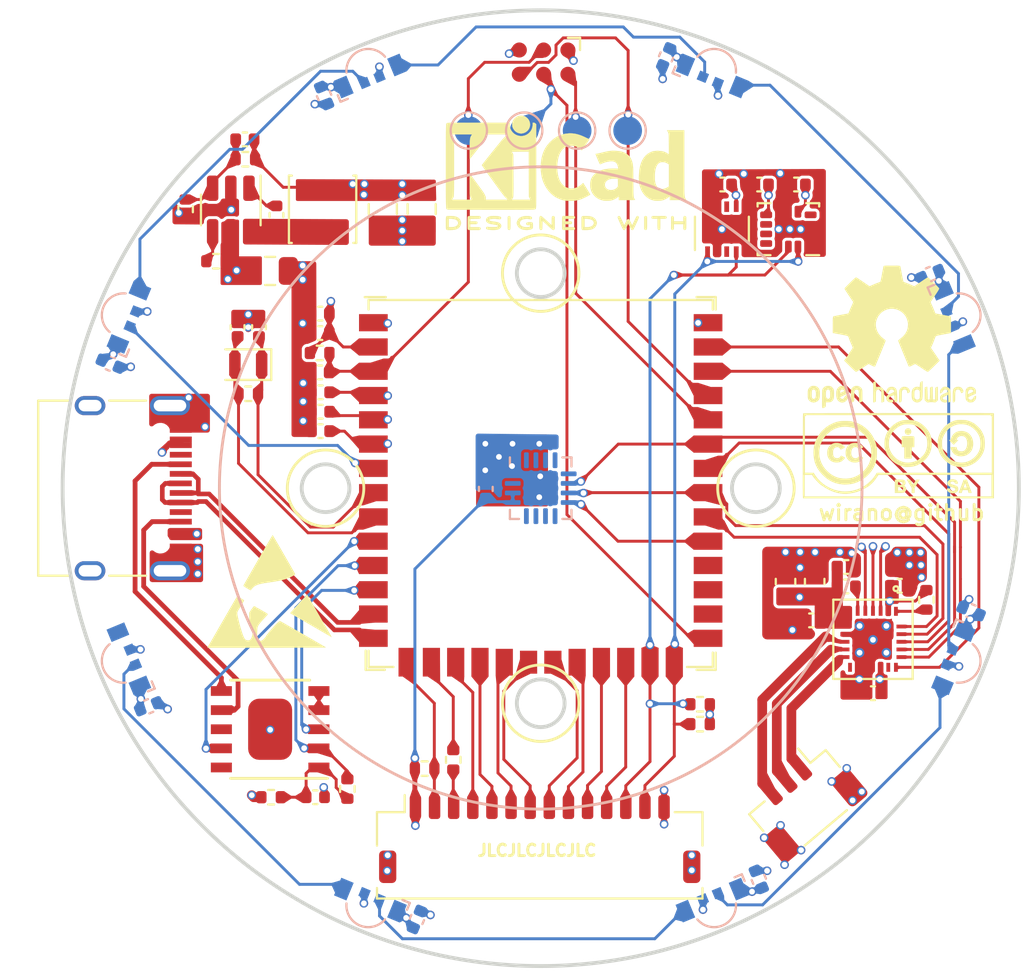
<source format=kicad_pcb>
(kicad_pcb (version 20221018) (generator pcbnew)
  (layers (0 "F.Cu" signal) (1 "In1.Cu" power) (2 "In2.Cu" power) (31 "B.Cu" signal) (34 "B.Paste" user) (35 "F.Paste" user) (36 "B.SilkS" user "B.Silkscreen") (37 "F.SilkS" user "F.Silkscreen") (38 "B.Mask" user) (39 "F.Mask" user) (44 "Edge.Cuts" user))
  (net 0 "")
  (net 1 "Net-(U1-GPIO16{slash}U0CTS{slash}ADC2_CH5{slash}XTAL_32K_NH5)")
  (net 2 "/Core/nRST")
  (net 3 "GND")
  (net 4 "Net-(U1-GPIO15{slash}U0RTS{slash}ADC2_CH4{slash}XTAL_32K_P)")
  (net 5 "+3V3")
  (net 6 "+3.3VP")
  (net 7 "+12V")
  (net 8 "Net-(U2-CP)")
  (net 9 "Net-(U4-VDD)")
  (net 10 "Net-(U6-FB)")
  (net 11 "Net-(U6-BS)")
  (net 12 "Net-(U6-SW)")
  (net 13 "/Core/STRIP_DATA")
  (net 14 "Net-(D1-DOUT)")
  (net 15 "Net-(D2-DOUT)")
  (net 16 "Net-(D3-DOUT)")
  (net 17 "Net-(D4-DOUT)")
  (net 18 "Net-(D5-DOUT)")
  (net 19 "Net-(D6-DOUT)")
  (net 20 "Net-(D7-DOUT)")
  (net 22 "Net-(J1-CC1)")
  (net 23 "/Core/D+")
  (net 24 "/Core/D-")
  (net 26 "Net-(J1-CC2)")
  (net 28 "Net-(M1-Tacho)")
  (net 29 "Net-(M1-+)")
  (net 30 "Net-(M1--)")
  (net 31 "Net-(U2-FAULT_N)")
  (net 32 "Net-(U6-EN)")
  (net 33 "/Core/BOOT")
  (net 34 "/Core/LCD_D3")
  (net 35 "/Core/LCD_CS")
  (net 36 "/Core/LCD_D0")
  (net 37 "/Core/LCD_CLK")
  (net 38 "/Core/LCD_D1")
  (net 39 "/Core/LCD_D2")
  (net 42 "/BLDC/PWM_SYNC")
  (net 43 "/BLDC/SDO")
  (net 44 "/BLDC/SDI")
  (net 45 "/BLDC/SCLK")
  (net 46 "/BLDC/nSLEEP")
  (net 57 "Net-(U4-DM)")
  (net 62 "/Core/LCD_BLK")
  (net 63 "/Core/LCD_RST")
  (net 66 "/Core/TP_RST")
  (net 67 "/Core/LCD_TE")
  (net 68 "/Core/TP_SCL")
  (net 69 "/Core/RXD")
  (net 70 "/Core/TXD")
  (net 71 "/BLDC/DRV_CS")
  (net 72 "/BLDC/ENC_CS")
  (net 73 "/Core/SOA")
  (net 74 "/Core/SOB")
  (net 75 "/Core/SOC")
  (net 76 "/Core/CFG1")
  (net 77 "/Core/CFG3")
  (net 78 "/Core/CFG2")
  (net 81 "/Core/TP_SDA")
  (net 82 "Net-(J2-Pin_3)")
  (footprint "Package_LGA:LGA-14_3x2.5mm_P0.5mm_LayoutBorder3x4y" (layer "F.Cu") (at 127.885 119.3292 180)
    (fp_text reference "U5" hide)
    (fp_text value "LSM6DSO")
  )
  (footprint "Symbol:OSHW-Logo2_9.8x8mm_SilkScreen" (layer "F.Cu") (at 133.2992 124.9552)
    (fp_text reference "REF**" hide)
    (fp_text value "OSHW-Logo2_9.8x8mm_SilkScreen" hide)
  )
  (footprint "Capacitor_SMD:C_0402_1005Metric" (layer "F.Cu") (at 101.1174 118.5926 -90)
    (fp_text reference "C27" hide)
    (fp_text value "22nF")
  )
  (footprint "Capacitor_SMD:C_0402_1005Metric" (layer "F.Cu") (at 128.2954 116.9924 180)
    (fp_text reference "C37" hide)
    (fp_text value "0.1uF")
  )
  (footprint "Resistor_SMD:R_0402_1005Metric" (layer "F.Cu") (at 97.9598 121.0056 180)
    (fp_text reference "R11" hide)
    (fp_text value "10K")
  )
  (footprint "Capacitor_SMD:C_0402_1005Metric" (layer "F.Cu") (at 103.4034 124.7648 180)
    (fp_text reference "C12" hide)
    (fp_text value "22uF")
  )
  (footprint "w_logo:Logo_silk_CC-BY-SA_10x4.5mm" (layer "F.Cu") (at 133.6294 131.1782)
    (fp_text reference "G***" hide)
    (fp_text value "LOGO" hide)
  )
  (footprint "Capacitor_SMD:C_0402_1005Metric" (layer "F.Cu") (at 129.0806 139.796001 180)
    (fp_text reference "C16" hide)
    (fp_text value "0.1uF 25V")
  )
  (footprint "Capacitor_SMD:C_0402_1005Metric" (layer "F.Cu") (at 99.0854 124.46 90)
    (fp_text reference "C2" hide)
    (fp_text value "(7pF)")
  )
  (footprint "Resistor_SMD:R_0402_1005Metric" (layer "F.Cu") (at 108.8644 147.5486)
    (fp_text reference "R4" hide)
    (fp_text value "10k")
  )
  (footprint "Sensor_Humidity:Sensirion_DFN-8-1EP_2.5x2.5mm_P0.5mm_EP1.1x1.7mm" (layer "F.Cu") (at 124.4092 119.3292 90)
    (fp_text reference "U7" hide)
    (fp_text value "SHT30-DIS")
  )
  (footprint "Capacitor_SMD:C_0402_1005Metric" (layer "F.Cu") (at 103.1494 149.0472)
    (fp_text reference "C25" hide)
    (fp_text value "1uF")
  )
  (footprint "Capacitor_SMD:C_0402_1005Metric" (layer "F.Cu") (at 103.4208 127.8636 180)
    (fp_text reference "C6" hide)
    (fp_text value "0.1uF")
  )
  (footprint "library:ESSOP-10_3.9x4.9mm_P1.00mm_EP2.3x3.2mm" (layer "F.Cu") (at 100.7872 145.4912 180)
    (fp_text reference "U4" hide)
    (fp_text value "CH224K")
  )
  (footprint "Capacitor_SMD:C_0402_1005Metric" (layer "F.Cu") (at 99.4664 114.6302)
    (fp_text reference "C26" hide)
    (fp_text value "22pF")
  )
  (footprint "Resistor_SMD:R_0402_1005Metric" (layer "F.Cu") (at 100.838 149.0472)
    (fp_text reference "R7" hide)
    (fp_text value "1K")
  )
  (footprint "Resistor_SMD:R_0402_1005Metric" (layer "F.Cu") (at 123.2662 145.2244 180)
    (fp_text reference "R13" hide)
    (fp_text value "10K")
  )
  (footprint "Resistor_SMD:R_0402_1005Metric" (layer "F.Cu") (at 104.8258 148.6154 90)
    (fp_text reference "R3" hide)
    (fp_text value "10K")
  )
  (footprint "Capacitor_SMD:C_0402_1005Metric" (layer "F.Cu") (at 130.9116 138.018002)
    (fp_text reference "C17" hide)
    (fp_text value "0.1uF 20V")
  )
  (footprint "Package_TO_SOT_SMD:SOT-23-6" (layer "F.Cu") (at 98.7298 118.325911 -90)
    (fp_text reference "U6" hide)
    (fp_text value "MT2492")
  )
  (footprint "Connector:Tag-Connect_TC2030-IDC-NL_2x03_P1.27mm_Vertical" (layer "F.Cu") (at 115.0874 110.5916 180)
    (fp_text reference "J3" hide)
    (fp_text value "Conn_ARM_SWD_TagConnect_TC2030-NL")
  )
  (footprint "Resistor_SMD:R_0402_1005Metric" (layer "F.Cu") (at 96.3676 118.2878 -90)
    (fp_text reference "R10" hide)
    (fp_text value "22K")
  )
  (footprint "Symbol:KiCad-Logo2_5mm_SilkScreen" (layer "F.Cu") (at 116.2558 116.37)
    (fp_text reference "REF**" hide)
    (fp_text value "KiCad-Logo2_5mm_SilkScreen" hide)
  )
  (footprint "Resistor_SMD:R_0402_1005Metric" (layer "F.Cu") (at 103.3754 125.8062)
    (fp_text reference "R1" hide)
    (fp_text value "10k")
  )
  (footprint "Resistor_SMD:R_0402_1005Metric" (layer "F.Cu") (at 99.4918 115.6716)
    (fp_text reference "R9" hide)
    (fp_text value "100K")
  )
  (footprint "Capacitor_SMD:C_0402_1005Metric" (layer "F.Cu") (at 100.203 124.46 90)
    (fp_text reference "C3" hide)
    (fp_text value "(7pF)")
  )
  (footprint "Capacitor_SMD:C_0402_1005Metric" (layer "F.Cu") (at 103.4208 129.8956 180)
    (fp_text reference "C4" hide)
    (fp_text value "0.1uF")
  )
  (footprint "Symbol:ESD-Logo_6.6x6mm_SilkScreen" (layer "F.Cu") (at 100.7618 138.2648)
    (fp_text reference "REF**" hide)
    (fp_text value "ESD-Logo_6.6x6mm_SilkScreen" hide)
  )
  (footprint "Capacitor_SMD:C_0805_2012Metric" (layer "F.Cu") (at 106.68 118.277601 -90)
    (fp_text reference "C29" hide)
    (fp_text value "22uF")
  )
  (footprint "Crystal:Crystal_SMD_2012-2Pin_2.0x1.2mm" (layer "F.Cu") (at 99.6442 126.4158 180)
    (fp_text reference "Y1" hide)
    (fp_text value "Crystal_Small")
  )
  (footprint "Connector_USB:USB_C_Receptacle_XKB_U262-16XN-4BVC11" (layer "F.Cu") (at 92.445501 132.88 -90)
    (fp_text reference "J1" hide)
    (fp_text value "USB_C_Receptacle_USB2.0")
  )
  (footprint "Resistor_SMD:R_0402_1005Metric" (layer "F.Cu") (at 110.363 147.0914 -90)
    (fp_text reference "R5" hide)
    (fp_text value "0R")
  )
  (footprint "Capacitor_SMD:C_0402_1005Metric" (layer "F.Cu") (at 103.4208 128.8796 180)
    (fp_text reference "C5" hide)
    (fp_text value "0.1uF")
  )
  (footprint "library:PDRV8311HRRWR" (layer "F.Cu") (at 132.3086 140.786601 -90)
    (fp_text reference "U2" hide)
    (fp_text value "PDRV8311HRRWR" hide)
  )
  (footprint "Capacitor_SMD:C_0402_1005Metric" (layer "F.Cu") (at 132.3086 143.606002 180)
    (fp_text reference "C19" hide)
    (fp_text value "1uF")
  )
  (footprint "Capacitor_SMD:C_0402_1005Metric" (layer "F.Cu") (at 133.7056 137.9854)
    (fp_text reference "C20" hide)
    (fp_text value "0.1uF")
  )
  (footprint "Capacitor_SMD:C_0805_2012Metric" (layer "F.Cu") (at 108.712 118.277601 -90)
    (fp_text reference "C30" hide)
    (fp_text value "22uF")
  )
  (footprint "Capacitor_SMD:C_0402_1005Metric" (layer "F.Cu") (at 103.4034 123.7488 180)
    (fp_text reference "C11" hide)
    (fp_text value "0.1uF")
  )
  (footprint "Capacitor_SMD:C_0603_1608Metric" (layer "F.Cu") (at 127.7366 137.764002 90)
    (fp_text reference "C18" hide)
    (fp_text value "10uF 25V")
  )
  (footprint "Inductor_SMD:L_Sunlord_SWPA3015S" (layer "F.Cu") (at 103.5304 118.2878 90)
    (fp_text reference "L5" hide)
    (fp_text value "10uH")
  )
  (footprint "Capacitor_SMD:C_0402_1005Metric" (layer "F.Cu") (at 124.4346 116.9924)
    (fp_text reference "C41" hide)
    (fp_text value "0.1uF")
  )
  (footprint "Resistor_SMD:R_0402_1005Metric" (layer "F.Cu") (at 123.268199 144.183 180)
    (fp_text reference "R14" hide)
    (fp_text value "10K")
  )
  (footprint "Capacitor_SMD:C_0805_2012Metric" (layer "F.Cu") (at 100.7872 121.5136)
    (fp_text reference "C28" hide)
    (fp_text value "22uF")
  )
  (footprint "Capacitor_SMD:C_0402_1005Metric" (layer "F.Cu") (at 126.365 116.9924 180)
    (fp_text reference "C38" hide)
    (fp_text value "0.1uF")
  )
  (footprint "Connector_JST:JST_SH_BM03B-SRSS-TB_1x03-1MP_P1.00mm_Vertical" (layer "F.Cu") (at 128.5494 149.1106 -140)
    (fp_text reference "M1" hide)
    (fp_text value "BLDC")
  )
  (footprint "Capacitor_SMD:C_0603_1608Metric" (layer "F.Cu") (at 129.2606 137.764002 90)
    (fp_text reference "C21" hide)
    (fp_text value "10uF 25V")
  )
  (footprint "Espressif:ESP32-S3-WROOM-1U" (layer "F.Cu") (at 114.935 132.4832)
    (fp_text reference "U1" hide)
    (fp_text value "ESP32-S3-WROOM-1U")
  )
  (footprint "Resistor_SMD:R_0402_1005Metric" (layer "F.Cu") (at 99.6442 127.9398)
    (fp_text reference "R2" hide)
    (fp_text value "TBD")
  )
  (footprint "Connector_JST:JST_SHL_SM14B-SHLS-TF_1x14-1MP_P1.00mm_Horizontal" (layer "F.Cu") (at 114.8842 151.2372)
    (fp_text reference "J2" hide)
    (fp_text value "Conn_01x14_Socket")
  )
  (footprint "Capacitor_SMD:C_0402_1005Metric" (layer "F.Cu") (at 103.3954 126.822199 180)
    (fp_text reference "C1" hide)
    (fp_text value "1uF")
  )
  (footprint "Capacitor_SMD:C_0402_1005Metric" (layer "F.Cu") (at 130.9116 137.002002)
    (fp_text reference "C22" hide)
    (fp_text value "0.1uF 25V")
  )
  (footprint "Resistor_SMD:R_0402_1005Metric" (layer "F.Cu") (at 135.1026 138.722 90)
    (fp_text reference "R6" hide)
    (fp_text value "10K")
  )
  (footprint "library:SK6812D-EC3210R" (layer "B.Cu") (at 105.828061 110.826181 22.5)
    (fp_text reference "D2" hide)
    (fp_text value "SK6812SIDE-A")
  )
  (footprint "library:SK6812D-EC3210R" (layer "B.Cu") (at 137.007095 123.740961 -67.5)
    (fp_text reference "D4" hide)
    (fp_text value "SK6812SIDE-A")
  )
  (footprint "TestPoint:TestPoint_Pad_D1.5mm" (layer "B.Cu") (at 114.0714 114.173 180)
    (fp_text reference "TP2" hide)
    (fp_text value "TestPoint")
  )
  (footprint "library:SK6812D-EC3210R" (layer "B.Cu") (at 105.828061 154.919996 157.5)
    (fp_text reference "D7" hide)
    (fp_text value "SK6812SIDE-A")
  )
  (footprint "Capacitor_SMD:C_0402_1005Metric" (layer "B.Cu") (at 121.494069 110.316893 -112.5)
    (fp_text reference "C31" hide)
    (fp_text value "0.1uF")
  )
  (footprint "TestPoint:TestPoint_Pad_D1.5mm" (layer "B.Cu") (at 119.4816 114.173 180)
    (fp_text reference "TP3" hide)
    (fp_text value "TestPoint")
  )
  (footprint "Package_DFN_QFN:QFN-16-1EP_3x3mm_P0.5mm_EP1.7x1.7mm" (layer "B.Cu") (at 114.935 132.88 -90)
    (fp_text reference "U3" hide)
    (fp_text value "MT6701")
  )
  (footprint "Capacitor_SMD:C_0402_1005Metric" (layer "B.Cu") (at 103.608203 112.33688 -67.5)
    (fp_text reference "C24" hide)
    (fp_text value "0.1uF")
  )
  (footprint "Capacitor_SMD:C_0402_1005Metric" (layer "B.Cu") (at 126.339482 153.343002 112.5)
    (fp_text reference "C34" hide)
    (fp_text value "0.1uF")
  )
  (footprint "library:SK6812D-EC3210R" (layer "B.Cu") (at 124.092317 110.826181 -22.5)
    (fp_text reference "D3" hide)
    (fp_text value "SK6812SIDE-A")
  )
  (footprint "Capacitor_SMD:C_0402_1005Metric" (layer "B.Cu") (at 112.0648 132.9182 90)
    (fp_text reference "C15" hide)
    (fp_text value "0.1uF")
  )
  (footprint "Capacitor_SMD:C_0402_1005Metric" (layer "B.Cu") (at 94.436415 144.288548 22.5)
    (fp_text reference "C36" hide)
    (fp_text value "0.1uF")
  )
  (footprint "Capacitor_SMD:C_0402_1005Metric" (layer "B.Cu") (at 108.459311 155.443108 67.5)
    (fp_text reference "C35" hide)
    (fp_text value "0.1uF")
  )
  (footprint "Capacitor_SMD:C_0402_1005Metric" (layer "B.Cu") (at 137.437389 139.316079 157.5)
    (fp_text reference "C33" hide)
    (fp_text value "0.1uF")
  )
  (footprint "library:SK6812D-EC3210R" (layer "B.Cu") (at 92.913281 123.740961 67.5)
    (fp_text reference "D1" hide)
    (fp_text value "SK6812SIDE-A")
  )
  (footprint "TestPoint:TestPoint_Pad_D1.5mm" (layer "B.Cu") (at 111.1758 114.173 180)
    (fp_text reference "TP1" hide)
    (fp_text value "TestPoint")
  )
  (footprint "Capacitor_SMD:C_0402_1005Metric" (layer "B.Cu") (at 92.432611 126.366703 -22.5)
    (fp_text reference "C23" hide)
    (fp_text value "0.1uF")
  )
  (footprint "TestPoint:TestPoint_Pad_D1.5mm" (layer "B.Cu") (at 116.84 114.173 180)
    (fp_text reference "TP4" hide)
    (fp_text value "TestPoint")
  )
  (footprint "library:SK6812D-EC3210R" (layer "B.Cu") (at 137.007095 142.005216 -112.5)
    (fp_text reference "D5" hide)
    (fp_text value "SK6812SIDE-A")
  )
  (footprint "library:SK6812D-EC3210R" (layer "B.Cu") (at 124.092316 154.919996 -157.5)
    (fp_text reference "D6" hide)
    (fp_text value "SK6812SIDE-A")
  )
  (footprint "Capacitor_SMD:C_0402_1005Metric" (layer "B.Cu") (at 135.311567 121.674244 -157.5)
    (fp_text reference "C32" hide)
    (fp_text value "0.1uF")
  )
  (footprint "library:SK6812D-EC3210R" (layer "B.Cu") (at 92.913282 142.005216 112.5)
    (fp_text reference "D8" hide)
    (fp_text value "SK6812SIDE-A")
  )
  (gr_circle locked (center 114.935 132.8674) (end 131.735 132.8674) (stroke (width 0.15)) (fill none) (layer "B.SilkS"))
  (gr_circle locked (center 114.935 144.129999) (end 116.935 144.129999) (stroke (width 0.15)) (fill none) (layer "F.SilkS"))
  (gr_circle locked (center 126.188 132.879999) (end 128.188 132.879999) (stroke (width 0.15)) (fill none) (layer "F.SilkS"))
  (gr_circle locked (center 114.934999 121.63) (end 116.934999 121.63) (stroke (width 0.15)) (fill none) (layer "F.SilkS"))
  (gr_circle locked (center 103.684999 132.88) (end 105.684999 132.88) (stroke (width 0.15)) (fill none) (layer "F.SilkS"))
  (gr_circle locked (center 114.935 132.88) (end 114.934999 157.88) (stroke (width 0.2)) (fill none) (layer "Edge.Cuts"))
  (gr_circle locked (center 114.934999 121.63) (end 116.184999 121.63) (stroke (width 0.2)) (fill none) (layer "Edge.Cuts"))
  (gr_circle locked (center 114.934999 144.13) (end 116.184999 144.13) (stroke (width 0.2)) (fill none) (layer "Edge.Cuts"))
  (gr_circle locked (center 103.684999 132.88) (end 104.934999 132.88) (stroke (width 0.2)) (fill none) (layer "Edge.Cuts"))
  (gr_circle locked (center 126.185 132.88) (end 127.435 132.88) (stroke (width 0.2)) (fill none) (layer "Edge.Cuts"))
  (gr_text "wirano@github" (at 133.8072 134.6326) (layer "F.SilkS") (effects (font (size 0.8 0.8)) (justify bottom)))
  (gr_text "JLCJLCJLCJLC" (at 111.5568 152.184) (layer "F.SilkS") (effects (font (size 0.6 0.6) (thickness 0.15) bold) (justify left bottom)))
  (segment (start 99.0854 124.94) (end 98.9442 125.0812) (width 0.1524) (layer "F.Cu") (net 1))
  (segment (start 99.1342 131.581146) (end 102.769355 135.216301) (width 0.1524) (layer "F.Cu") (net 1))
  (segment (start 105.051899 135.216301) (end 105.885 134.3832) (width 0.1524) (layer "F.Cu") (net 1))
  (segment (start 98.9442 127.7498) (end 99.1342 127.9398) (width 0.1524) (layer "F.Cu") (net 1))
  (segment (start 98.9442 125.0812) (end 98.9442 126.4158) (width 0.1524) (layer "F.Cu") (net 1))
  (segment (start 98.9442 126.4158) (end 98.9442 127.7498) (width 0.1524) (layer "F.Cu") (net 1))
  (segment (start 99.1342 127.9398) (end 99.1342 131.581146) (width 0.1524) (layer "F.Cu") (net 1))
  (segment (start 105.885 134.3832) (end 106.185 134.3832) (width 0.1524) (layer "F.Cu") (net 1))
  (segment (start 102.769355 135.216301) (end 105.051899 135.216301) (width 0.1524) (layer "F.Cu") (net 1))
  (segment (start 114.972621 109.9566) (end 115.0874 109.9566) (width 0.1524) (layer "F.Cu") (net 2))
  (segment (start 111.1504 122.0978) (end 111.1504 113.3602) (width 0.1524) (layer "F.Cu") (net 2))
  (segment (start 103.934399 126.7632) (end 106.185 126.7632) (width 0.1524) (layer "F.Cu") (net 2))
  (segment (start 111.1504 113.3602) (end 111.1504 111.453824) (width 0.1524) (layer "F.Cu") (net 2))
  (segment (start 114.329121 110.6001) (end 114.972621 109.9566) (width 0.1524) (layer "F.Cu") (net 2))
  (segment (start 106.185 126.7632) (end 106.485 126.7632) (width 0.1524) (layer "F.Cu") (net 2))
  (segment (start 111.1504 111.453824) (end 112.004124 110.6001) (width 0.1524) (layer "F.Cu") (net 2))
  (segment (start 103.8754 126.822199) (end 103.934399 126.7632) (width 0.1524) (layer "F.Cu") (net 2))
  (segment (start 103.8854 125.8062) (end 103.8854 126.812199) (width 0.1524) (layer "F.Cu") (net 2))
  (segment (start 112.004124 110.6001) (end 114.329121 110.6001) (width 0.1524) (layer "F.Cu") (net 2))
  (segment (start 103.8854 126.812199) (end 103.8754 126.822199) (width 0.1524) (layer "F.Cu") (net 2))
  (segment (start 106.485 126.7632) (end 111.1504 122.0978) (width 0.1524) (layer "F.Cu") (net 2))
  (via (at 111.1504 113.3602) (size 0.45) (drill 0.3) (layers "F.Cu" "B.Cu") (net 2))
  (segment (start 134.371598 138.018002) (end 134.3126 138.018002) (width 0.1524) (layer "F.Cu") (net 3))
  (segment (start 96.278501 129.667) (end 96.115501 129.83) (width 0.254) (layer "F.Cu") (net 3))
  (segment (start 97.0026 136.0678) (end 96.932901 136.137499) (width 0.254) (layer "F.Cu") (net 3))
  (segment (start 124.1592 120.5042) (end 124.1592 119.5792) (width 0.1524) (layer "F.Cu") (net 3))
  (segment (start 96.115501 136.542499) (end 95.550501 137.107499) (width 0.1524) (layer "F.Cu") (net 3))
  (segment (start 96.115501 129.737499) (end 96.115501 129.032499) (width 0.1524) (layer "F.Cu") (net 3))
  (segment (start 124.1592 118.1542) (end 124.1592 119.079197) (width 0.1524) (layer "F.Cu") (net 3))
  (segment (start 134.8486 137.541) (end 134.371598 138.018002) (width 0.1524) (layer "F.Cu") (net 3))
  (segment (start 96.115501 129.032499) (end 95.550501 128.467499) (width 0.1524) (layer "F.Cu") (net 3))
  (segment (start 103.6294 149.0472) (end 103.6294 148.569777) (width 0.1524) (layer "F.Cu") (net 3))
  (segment (start 113.4744 109.9566) (end 113.284 110.147) (width 0.1524) (layer "F.Cu") (net 3))
  (segment (start 123.6592 118.579197) (end 124.409201 119.329198) (width 0.1524) (layer "F.Cu") (net 3))
  (segment (start 124.1592 119.079197) (end 124.409201 119.329198) (width 0.1524) (layer "F.Cu") (net 3))
  (segment (start 128.096001 140.3006) (end 128.096001 140.300601) (width 0.1524) (layer "F.Cu") (net 3))
  (segment (start 97.3836 129.667) (end 96.278501 129.667) (width 0.254) (layer "F.Cu") (net 3))
  (segment (start 113.8174 109.9566) (end 113.4744 109.9566) (width 0.1524) (layer "F.Cu") (net 3))
  (segment (start 96.115501 136.137499) (end 96.115501 136.542499) (width 0.1524) (layer "F.Cu") (net 3))
  (segment (start 123.6592 118.1542) (end 123.6592 118.579197) (width 0.1524) (layer "F.Cu") (net 3))
  (segment (start 103.6294 148.569777) (end 103.589861 148.530238) (width 0.1524) (layer "F.Cu") (net 3))
  (segment (start 121.3866 148.6788) (end 121.3866 150.4568) (width 0.1524) (layer "F.Cu") (net 3))
  (segment (start 124.1592 119.5792) (end 124.4092 119.3292) (width 0.1524) (layer "F.Cu") (net 3))
  (segment (start 96.932901 136.137499) (end 96.115501 136.137499) (width 0.254) (layer "F.Cu") (net 3))
  (segment (start 128.6006 139.796001) (end 128.096001 140.3006) (width 0.1524) (layer "F.Cu") (net 3))
  (via (at 102.5144 127.381) (size 0.45) (drill 0.3) (layers "F.Cu" "B.Cu") (net 3))
  (via (at 137.3337 138.693356) (size 0.45) (drill 0.3) (layers "F.Cu" "B.Cu") (net 3))
  (via (at 99.6442 123.7868) (size 0.45) (drill 0.3) (layers "F.Cu" "B.Cu") (net 3))
  (via (at 134.8486 137.541) (size 0.45) (drill 0.3) (layers "F.Cu" "B.Cu") (net 3))
  (via (at 127.9652 119.3292) (size 0.45) (drill 0.3) (layers "F.Cu" "B.Cu") (net 3))
  (via (at 122.8344 152.0824) (size 0.45) (drill 0.3) (layers "F.Cu" "B.Cu") (net 3))
  (via (at 127.6858 152.5778) (size 0.45) (drill 0.3) (layers "F.Cu" "B.Cu") (net 3))
  (via (at 134.7978 136.2456) (size 0.45) (drill 0.3) (layers "F.Cu" "B.Cu") (net 3))
  (via (at 112.0394 130.556) (size 0.45) (drill 0.3) (layers "F.Cu" "B.Cu") (net 3))
  (via (at 103.589861 148.530238) (size 0.45) (drill 0.3) (layers "F.Cu" "B.Cu") (net 3))
  (via (at 122.8344 152.8698) (size 0.45) (drill 0.3) (layers "F.Cu" "B.Cu") (net 3))
  (via (at 114.9096 132.2578) (size 0.45) (drill 0.3) (layers "F.Cu" "B.Cu") (net 3))
  (via (at 109.1692 155.2066) (size 0.45) (drill 0.3) (layers "F.Cu" "B.Cu") (net 3))
  (via (at 106.9086 152.8952) (size 0.45) (drill 0.3) (layers "F.Cu" "B.Cu") (net 3))
  (via (at 97.0026 137.3632) (size 0.45) (drill 0.3) (layers "F.Cu" "B.Cu") (net 3))
  (via (at 106.934 152.0824) (size 0.45) (drill 0.3) (layers "F.Cu" "B.Cu") (net 3))
  (via (at 131.5974 142.875) (size 0.45) (drill 0.3) (layers "F.Cu" "B.Cu") (net 3))
  (via (at 107.696 119.4054) (size 0.45) (drill 0.3) (layers "F.Cu" "B.Cu") (net 3))
  (via (at 127.4572 116.4082) (size 0.45) (drill 0.3) (layers "F.Cu" "B.Cu") (net 3))
  (via (at 124.409201 119.329198) (size 0.45) (drill 0.3) (layers "F.Cu" "B.Cu") (net 3))
  (via (at 131.2418 149.2122) (size 0.45) (drill 0.3) (layers "F.Cu" "B.Cu") (net 3))
  (via (at 97.0026 136.7282) (size 0.45) (drill 0.3) (layers "F.Cu" "B.Cu") (net 3))
  (via (at 128.4986 136.2202) (size 0.45) (drill 0.3) (layers "F.Cu" "B.Cu") (net 3))
  (via (at 130.937 147.5358) (size 0.45) (drill 0.3) (layers "F.Cu" "B.Cu") (net 3))
  (via (at 129.28151 136.22469) (size 0.45) (drill 0.3) (layers "F.Cu" "B.Cu") (net 3))
  (via (at 127.382685 119.329583) (size 0.45) (drill 0.3) (layers "F.Cu" "B.Cu") (net 3))
  (via (at 125.5522 116.4336) (size 0.45) (drill 0.3) (layers "F.Cu" "B.Cu") (net 3))
  (via (at 107.696 119.9642) (size 0.45) (drill 0.3) (layers "F.Cu" "B.Cu") (net 3))
  (via (at 102.489 124.2568) (size 0.45) (drill 0.3) (layers "F.Cu" "B.Cu") (net 3))
  (via (at 128.524 119.3292) (size 0.45) (drill 0.3) (layers "F.Cu" "B.Cu") (net 3))
  (via (at 137.0076 124.1678) (size 0.45) (drill 0.3) (layers "F.Cu" "B.Cu") (net 3))
  (via (at 105.6894 154.597) (size 0.45) (drill 0.3) (layers "F.Cu" "B.Cu") (net 3))
  (via (at 112.035 131.9432) (size 0.45) (drill 0.3) (layers "F.Cu" "B.Cu") (net 3))
  (via (at 100.7872 145.5166) (size 0.45) (drill 0.3) (layers "F.Cu" "B.Cu") (net 3))
  (via (at 97.0026 136.0678) (size 0.45) (drill 0.3) (layers "F.Cu" "B.Cu") (net 3))
  (via (at 99.6442 124.459382) (size 0.45) (drill 0.3) (layers "F.Cu" "B.Cu") (net 3))
  (via (at 102.489 121.9708) (size 0.45) (drill 0.3) (layers "F.Cu" "B.Cu") (net 3))
  (via (at 97.3836 129.667) (size 0.45) (drill 0.3) (layers "F.Cu" "B.Cu") (net 3))
  (via (at 113.4618 130.556) (size 0.45) (drill 0.3) (layers "F.Cu" "B.Cu") (net 3))
  (via (at 106.934 124.2568) (size 0.45) (drill 0.3) (layers "F.Cu" "B.Cu") (net 3))
  (via (at 124.2568 116.4336) (size 0.45) (drill 0.3) (layers "F.Cu" "B.Cu") (net 3))
  (via (at 127.475374 150.516799) (size 0.45) (drill 0.3) (layers "F.Cu" "B.Cu") (net 3))
  (via (at 114.8588 130.556) (size 0.45) (drill 0.3) (layers "F.Cu" "B.Cu") (net 3))
  (via (at 134.2136 136.2456) (size 0.45) (drill 0.3) (layers "F.Cu" "B.Cu") (net 3))
  (via (at 112.7506 131.2418) (size 0.45) (drill 0.3) (layers "F.Cu" "B.Cu") (net 3))
  (via (at 134.8232 136.906) (size 0.45) (drill 0.3) (layers "F.Cu" "B.Cu") (net 3))
  (via (at 113.284 110.147) (size 0.45) (drill 0.3) (layers "F.Cu" "B.Cu") (net 3))
  (via (at 103.124 112.7886) (size 0.45) (drill 0.3) (layers "F.Cu" "B.Cu") (net 3))
  (via (at 121.3866 148.6788) (size 0.45) (drill 0.3) (layers "F.Cu" "B.Cu") (net 3))
  (via (at 121.3866 150.4568) (size 0.45) (drill 0.3) (layers "F.Cu" "B.Cu") (net 3))
  (via (at 102.5144 129.3622) (size 0.45) (drill 0.3) (layers "F.Cu" "B.Cu") (net 3))
  (via (at 123.4186 154.9272) (size 0.45) (drill 0.3) (layers "F.Cu" "B.Cu") (net 3))
  (via (at 130.5814 136.2202) (size 0.45) (drill 0.3) (layers "F.Cu" "B.Cu") (net 3))
  (via (at 96.526326 128.14418) (size 0.45) (drill 0.3) (layers "F.Cu" "B.Cu") (net 3))
  (via (at 94.361 123.6344) (size 0.45) (drill 0.3) (layers "F.Cu" "B.Cu") (net 3))
  (via (at 114.8588 133.35) (size 0.45) (drill 0.3) (layers "F.Cu" "B.Cu") (net 3))
  (via (at 134.3152 121.8564) (size 0.45) (drill 0.3) (layers "F.Cu" "B.Cu") (net 3))
  (via (at 98.7552 118.3132) (size 0.45) (drill 0.3) (layers "F.Cu" "B.Cu") (net 3))
  (via (at 136.8044 142.2018) (size 0.45) (drill 0.3) (layers "F.Cu" "B.Cu") (net 3))
  (via (at 127.7366 136.2202) (size 0.45) (drill 0.3) (layers "F.Cu" "B.Cu") (net 3))
  (via (at 102.489 121.2342) (size 0.45) (drill 0.3) (layers "F.Cu" "B.Cu") (net 3))
  (via (at 128.096001 140.300601) (size 0.45) (drill 0.3) (layers "F.Cu" "B.Cu") (net 3))
  (via (at 128.5494 151.8158) (size 0.45) (drill 0.3) (layers "F.Cu" "B.Cu") (net 3))
  (via (at 131.7244 148.755) (size 0.45) (drill 0.3) (layers "F.Cu" "B.Cu") (net 3))
  (via (at 94.0054 141.3128) (size 0.45) (drill 0.3) (layers "F.Cu" "B.Cu") (net 3))
  (via (at 102.5144 128.3462) (size 0.45) (drill 0.3) (layers "F.Cu" "B.Cu") (net 3))
  (via (at 95.4278 144.437) (size 0.45) (drill 0.3) (layers "F.Cu" "B.Cu") (net 3))
  (via (at 123.1646 124.2314) (size 0.45) (drill 0.3) (layers "F.Cu" "B.Cu") (net 3))
  (via (at 106.5022 110.8328) (size 0.45) (drill 0.3) (layers "F.Cu" "B.Cu") (net 3))
  (via (at 128.496069 137.035531) (size 0.45) (drill 0.3) (layers "F.Cu" "B.Cu") (net 3))
  (via (at 131.200853 136.276335) (size 0.45) (drill 0.3) (layers "F.Cu" "B.Cu") (net 3))
  (via (at 113.4364 131.7244) (size 0.45) (drill 0.3) (layers "F.Cu" "B.Cu") (net 3))
  (via (at 93.4974 126.53) (size 0.45) (drill 0.3) (layers "F.Cu" "B.Cu") (net 3))
  (via (at 130.1496 148.2216) (size 0.45) (drill 0.3) (layers "F.Cu" "B.Cu") (net 3))
  (via (at 134.2136 136.906) (size 0.45) (drill 0.3) (layers "F.Cu" "B.Cu") (net 3))
  (via (at 121.3104 111.4678) (size 0.45) (drill 0.3) (layers "F.Cu" "B.Cu") (net 3))
  (via (at 133.5786 136.2456) (size 0.45) (drill 0.3) (layers "F.Cu" "B.Cu") (net 3))
  (via (at 126.7714 152.8952) (size 0.45) (drill 0.3) (layers "F.Cu" "B.Cu") (net 3))
  (via (at 124.206 112.3314) (size 0.45) (drill 0.3) (layers "F.Cu" "B.Cu") (net 3))
  (via (at 96.012 118.4782) (size 0.45) (drill 0.3) (layers "F.Cu" "B.Cu") (net 3))
  (via (at 107.696 118.8466) (size 0.45) (drill 0.3) (layers "F.Cu" "B.Cu") (net 3))
  (via (at 126.619 151.168) (size 0.45) (drill 0.3) (layers "F.Cu" "B.Cu") (net 3))
  (segment (start 136.993927 139.033129) (end 137.3337 138.693356) (width 0.1524) (layer "B.Cu") (net 3))
  (segment (start 95.09566 144.10486) (end 95.4278 144.437) (width 0.1524) (layer "B.Cu") (net 3))
  (segment (start 103.132258 112.780342) (end 103.124 112.7886) (width 0.1524) (layer "B.Cu") (net 3))
  (segment (start 123.412655 154.921255) (end 123.4186 154.9272) (width 0.1524) (layer "B.Cu") (net 3))
  (segment (start 92.876073 126.550391) (end 93.477009 126.550391) (width 0.1524) (layer "B.Cu") (net 3))
  (segment (start 106.507722 110.838322) (end 106.5022 110.8328) (width 0.1524) (layer "B.Cu") (net 3))
  (segment (start 136.713452 142.110852) (end 136.8044 142.2018) (width 0.1524) (layer "B.Cu") (net 3))
  (segment (start 103.791891 112.780342) (end 103.132258 112.780342) (width 0.1524) (layer "B.Cu") (net 3))
  (segment (start 105.722425 154.064446) (end 105.722425 154.563975) (width 0.1524) (layer "B.Cu") (net 3))
  (segment (start 94.360075 123.635325) (end 94.361 123.6344) (width 0.1524) (layer "B.Cu") (net 3))
  (segment (start 136.151545 142.110852) (end 136.713452 142.110852) (width 0.1524) (layer "B.Cu") (net 3))
  (segment (start 134.316732 121.857932) (end 134.3152 121.8564) (width 0.1524) (layer "B.Cu") (net 3))
  (segment (start 93.477009 126.550391) (end 93.4974 126.53) (width 0.1524) (layer "B.Cu") (net 3))
  (segment (start 136.993927 139.132391) (end 136.993927 139.033129) (width 0.1524) (layer "B.Cu") (net 3))
  (segment (start 136.754778 124.420622) (end 137.0076 124.1678) (width 0.1524) (layer "B.Cu") (net 3))
  (segment (start 123.412655 154.389727) (end 123.412655 154.921255) (width 0.1524) (layer "B.Cu") (net 3))
  (segment (start 134.868105 121.857932) (end 134.316732 121.857932) (width 0.1524) (layer "B.Cu") (net 3))
  (segment (start 93.443551 141.325555) (end 93.992645 141.325555) (width 0.1524) (layer "B.Cu") (net 3))
  (segment (start 108.642999 154.999646) (end 108.962246 154.999646) (width 0.1524) (layer "B.Cu") (net 3))
  (segment (start 121.310381 111.467781) (end 121.3104 111.4678) (width 0.1524) (layer "B.Cu") (net 3))
  (segment (start 124.197953 112.323353) (end 124.206 112.3314) (width 0.1524) (layer "B.Cu") (net 3))
  (segment (start 136.476826 124.420622) (end 136.754778 124.420622) (width 0.1524) (layer "B.Cu") (net 3))
  (segment (start 108.962246 154.999646) (end 109.1692 155.2066) (width 0.1524) (layer "B.Cu") (net 3))
  (segment (start 94.879877 144.10486) (end 95.09566 144.10486) (width 0.1524) (layer "B.Cu") (net 3))
  (segment (start 105.722425 154.563975) (end 105.6894 154.597) (width 0.1524) (layer "B.Cu") (net 3))
  (segment (start 124.197953 111.681731) (end 124.197953 112.323353) (width 0.1524) (layer "B.Cu") (net 3))
  (segment (start 106.507722 111.35645) (end 106.507722 110.838322) (width 0.1524) (layer "B.Cu") (net 3))
  (segment (start 121.310381 110.760355) (end 121.310381 111.467781) (width 0.1524) (layer "B.Cu") (net 3))
  (segment (start 126.155794 152.89954) (end 126.76706 152.89954) (width 0.1524) (layer "B.Cu") (net 3))
  (segment (start 93.768831 123.635325) (end 94.360075 123.635325) (width 0.1524) (layer "B.Cu") (net 3))
  (segment (start 93.992645 141.325555) (end 94.0054 141.3128) (width 0.1524) (layer "B.Cu") (net 3))
  (segment (start 126.76706 152.89954) (end 126.7714 152.8952) (width 0.1524) (layer "B.Cu") (net 3))
  (segment (start 105.885 133.1132) (end 106.185 133.1132) (width 0.1524) (layer "F.Cu") (net 4))
  (segment (start 100.3442 125.0812) (end 100.3442 126.4158) (width 0.1524) (layer "F.Cu") (net 4))
  (segment (start 100.1542 127.9398) (end 100.1542 132.1708) (width 0.1524) (layer "F.Cu") (net 4))
  (segment (start 100.203 124.94) (end 100.3442 125.0812) (width 0.1524) (layer "F.Cu") (net 4))
  (segment (start 100.3442 126.4158) (end 100.3442 127.7498) (width 0.1524) (layer "F.Cu") (net 4))
  (segment (start 104.0862 134.912) (end 105.885 133.1132) (width 0.1524) (layer "F.Cu") (net 4))
  (segment (start 100.1542 132.1708) (end 102.8954 134.912) (width 0.1524) (layer "F.Cu") (net 4))
  (segment (start 102.8954 134.912) (end 104.0862 134.912) (width 0.1524) (layer "F.Cu") (net 4))
  (segment (start 100.3442 127.7498) (end 100.1542 127.9398) (width 0.1524) (layer "F.Cu") (net 4))
  (segment (start 104.6118 125.4932) (end 106.185 125.4932) (width 0.1524) (layer "F.Cu") (net 5))
  (segment (start 128.7754 116.9924) (end 128.7754 118.0263) (width 0.1524) (layer "F.Cu") (net 5))
  (segment (start 125.1592 117.237) (end 125.1592 118.1542) (width 0.1524) (layer "F.Cu") (net 5))
  (segment (start 126.845 116.9924) (end 126.845 118.5444) (width 0.1524) (layer "F.Cu") (net 5))
  (segment (start 101.468 117.1378) (end 103.5304 117.1378) (width 0.1524) (layer "F.Cu") (net 5))
  (segment (start 100.0018 115.6716) (end 101.468 117.1378) (width 0.1524) (layer "F.Cu") (net 5))
  (segment (start 128.7754 118.0263) (end 128.385 118.4167) (width 0.1524) (layer "F.Cu") (net 5))
  (segment (start 108.3842 150.5306) (end 108.3818 150.533) (width 0.1524) (layer "F.Cu") (net 5))
  (segment (start 102.8734 125.7748) (end 103.8834 124.7648) (width 0.1524) (layer "F.Cu") (net 5))
  (segment (start 123.778198 144.720398) (end 123.778198 145.222401) (width 0.1524) (layer "F.Cu") (net 5))
  (segment (start 116.3574 109.9566) (end 116.3574 110.222205) (width 0.1524) (layer "F.Cu") (net 5))
  (segment (start 123.7742 144.7164) (end 123.778198 144.720398) (width 0.1524) (layer "F.Cu") (net 5))
  (segment (start 126.8102 118.5792) (end 126.7225 118.5792) (width 0.1524) (layer "F.Cu") (net 5))
  (segment (start 99.9464 114.6302) (end 99.9464 115.6162) (width 0.1524) (layer "F.Cu") (net 5))
  (segment (start 103.9622 123.67) (end 103.8834 123.7488) (width 0.1524) (layer "F.Cu") (net 5))
  (segment (start 116.3574 110.222205) (end 116.648146 110.512951) (width 0.1524) (layer "F.Cu") (net 5))
  (segment (start 99.9464 115.6162) (end 100.0018 115.6716) (width 0.1524) (layer "F.Cu") (net 5))
  (segment (start 108.3544 147.5486) (end 108.3564 147.5466) (width 0.1524) (layer "F.Cu") (net 5))
  (segment (start 103.9622 123.101) (end 103.9622 123.67) (width 0.1524) (layer "F.Cu") (net 5))
  (segment (start 123.778198 145.222401) (end 123.776199 145.2244) (width 0.1524) (layer "F.Cu") (net 5))
  (segment (start 103.8834 124.7648) (end 104.6118 125.4932) (width 0.1524) (layer "F.Cu") (net 5))
  (segment (start 108.3842 149.5622) (end 108.3842 150.5306) (width 0.254) (layer "F.Cu") (net 5))
  (segment (start 108.3544 147.5486) (end 108.3544 149.5324) (width 0.254) (layer "F.Cu") (net 5))
  (segment (start 123.778198 144.183) (end 123.778198 144.712402) (width 0.1524) (layer "F.Cu") (net 5))
  (segment (start 126.845 118.5444) (end 126.8102 118.5792) (width 0.1524) (layer "F.Cu") (net 5))
  (segment (start 103.8834 123.7488) (end 103.8834 124.7648) (width 0.1524) (layer "F.Cu") (net 5))
  (segment (start 108.3544 149.5324) (end 108.3842 149.5622) (width 0.1524) (layer "F.Cu") (net 5))
  (segment (start 123.778198 144.712402) (end 123.7742 144.7164) (width 0.1524) (layer "F.Cu") (net 5))
  (segment (start 124.9146 116.9924) (end 125.1592 117.237) (width 0.1524) (layer "F.Cu") (net 5))
  (segment (start 108.3564 147.5466) (end 108.3564 147.0024) (width 0.1524) (layer "F.Cu") (net 5))
  (via (at 108.3564 147.0024) (size 0.45) (drill 0.3) (layers "F.Cu" "B.Cu") (net 5))
  (via (at 126.8476 117.5512) (size 0.45) (drill 0.3) (layers "F.Cu" "B.Cu") (net 5))
  (via (at 107.8992 155.359) (size 0.45) (drill 0.3) (layers "F.Cu" "B.Cu") (net 5))
  (via (at 125.984 153.9874) (size 0.45) (drill 0.3) (layers "F.Cu" "B.Cu") (net 5))
  (via (at 105.7148 116.967) (size 0.45) (drill 0.3) (layers "F.Cu" "B.Cu") (net 5))
  (via (at 107.696 116.967) (size 0.45) (drill 0.3) (layers "F.Cu" "B.Cu") (net 5))
  (via (at 92.583 125.8696) (size 0.45) (drill 0.3) (layers "F.Cu" "B.Cu") (net 5))
  (via (at 103.9622 111.8996) (size 0.45) (drill 0.3) (layers "F.Cu" "B.Cu") (net 5))
  (via (at 108.3818 150.533) (size 0.45) (drill 0.3) (layers "F.Cu" "B.Cu") (net 5))
  (via (at 105.6894 117.5258) (size 0.45) (drill 0.3) (layers "F.Cu" "B.Cu") (net 5))
  (via (at 137.3927 139.738) (size 0.45) (drill 0.3) (layers "F.Cu" "B.Cu") (net 5))
  (via (at 103.9622 123.101) (size 0.45) (drill 0.3) (layers "F.Cu" "B.Cu") (net 5))
  (via (at 123.7742 144.7164) (size 0.45) (drill 0.3) (layers "F.Cu" "B.Cu") (net 5))
  (via (at 125.1458 117.5512) (size 0.45) (drill 0.3) (layers "F.Cu" "B.Cu") (net 5))
  (via (at 116.648146 110.512951) (size 0.45) (drill 0.3) (layers "F.Cu" "B.Cu") (net 5))
  (via (at 107.696 117.5512) (size 0.45) (drill 0.3) (layers "F.Cu" "B.Cu") (net 5))
  (via (at 122.047 110.3248) (size 0.45) (drill 0.3) (layers "F.Cu" "B.Cu") (net 5))
  (via (at 105.1052 116.967) (size 0.45) (drill 0.3) (layers "F.Cu" "B.Cu") (net 5))
  (via (at 94.02809 143.9036) (size 0.45) (drill 0.3) (layers "F.Cu" "B.Cu") (net 5))
  (via (at 128.7754 117.5512) (size 0.45) (drill 0.3) (layers "F.Cu" "B.Cu") (net 5))
  (via (at 135.755029 122.0342) (size 0.45) (drill 0.3) (layers "F.Cu" "B.Cu") (net 5))
  (segment (start 121.677757 109.955557) (end 122.047 110.3248) (width 0.1524) (layer "B.Cu") (net 5))
  (segment (start 135.89479 122.556579) (end 135.902528 122.564317) (width 0.1524) (layer "B.Cu") (net 5))
  (segment (start 108.3564 137.1066) (end 108.3564 147.0024) (width 0.1524) (layer "B.Cu") (net 5))
  (segment (start 122.487499 110.739899) (end 122.0724 110.3248) (width 0.1524) (layer "B.Cu") (net 5))
  (segment (start 137.093377 140.037323) (end 137.3927 139.738) (width 0.1524) (layer "B.Cu") (net 5))
  (segment locked (start 135.755029 121.490556) (end 135.755029 122.366874) (width 0.1524) (layer "B.Cu") (net 5))
  (segment (start 125.375765 153.950234) (end 125.375765 153.604757) (width 0.1524) (layer "B.Cu") (net 5))
  (segment (start 137.093377 140.411955) (end 137.093377 140.037323) (width 0.1524) (layer "B.Cu") (net 5))
  (segment (start 94.02809 143.291991) (end 94.02809 143.9036) (width 0.1524) (layer "B.Cu") (net 5))
  (segment (start 92.583 125.8696) (end 92.5068 125.8696) (width 0.1524) (layer "B.Cu") (net 5))
  (segment (start 125.412931 153.9874) (end 125.375765 153.950234) (width 0.1524) (layer "B.Cu") (net 5))
  (segment (start 113.4725 133.63) (end 113.4337 133.5912) (width 0.1524) (layer "B.Cu") (net 5))
  (segment (start 103.956018 111.893418) (end 103.9622 111.8996) (width 0.1524) (layer "B.Cu") (net 5))
  (segment (start 107.517155 154.782625) (end 107.517155 154.976955) (width 0.1524) (layer "B.Cu") (net 5))
  (segment (start 125.272899 153.897312) (end 125.24096 153.865373) (width 0.1524) (layer "B.Cu") (net 5))
  (segment (start 112.2578 133.5912) (end 112.0648 133.3982) (width 0.1524) (layer "B.Cu") (net 5))
  (segment (start 94.02809 144.405648) (end 94.02809 143.9036) (width 0.1524) (layer "B.Cu") (net 5))
  (segment (start 103.424515 111.739607) (end 103.424515 111.893418) (width 0.1524) (layer "B.Cu") (net 5))
  (segment (start 137.630933 139.499767) (end 137.3927 139.738) (width 0.1524) (layer "B.Cu") (net 5))
  (segment (start 137.880851 139.499767) (end 137.630933 139.499767) (width 0.1524) (layer "B.Cu") (net 5))
  (segment (start 121.677757 109.873431) (end 121.677757 109.9186) (width 0.1524) (layer "B.Cu") (net 5))
  (segment (start 121.677757 109.873431) (end 121.677757 109.955557) (width 0.1524) (layer "B.Cu") (net 5))
  (segment (start 93.939904 143.203805) (end 94.02809 143.291991) (width 0.1524) (layer "B.Cu") (net 5))
  (segment (start 92.826999 125.334222) (end 92.826999 125.625601) (width 0.1524) (layer "B.Cu") (net 5))
  (segment (start 135.767832 122.0342) (end 135.755029 122.0342) (width 0.1524) (layer "B.Cu") (net 5))
  (segment locked (start 113.4725 133.13) (end 113.4725 133.63) (width 0.1524) (layer "B.Cu") (net 5))
  (segment (start 92.193385 126.183015) (end 91.989149 126.183015) (width 0.1524) (layer "B.Cu") (net 5))
  (segment (start 126.619003 153.53682) (end 126.168423 153.9874) (width 0.1524) (layer "B.Cu") (net 5))
  (segment (start 107.8992 155.359) (end 107.8992 155.510147) (width 0.1524) (layer "B.Cu") (net 5))
  (segment (start 112.0648 133.3982) (end 108.3564 137.1066) (width 0.1524) (layer "B.Cu") (net 5))
  (segment (start 122.499056 110.739899) (end 122.487499 110.739899) (width 0.1524) (layer "B.Cu") (net 5))
  (segment (start 103.968382 111.893418) (end 104.638803 111.893418) (width 0.1524) (layer "B.Cu") (net 5))
  (segment (start 92.5068 125.8696) (end 92.193385 126.183015) (width 0.1524) (layer "B.Cu") (net 5))
  (segment (start 103.424515 111.893418) (end 103.956018 111.893418) (width 0.1524) (layer "B.Cu") (net 5))
  (segment (start 136.037333 122.303701) (end 135.767832 122.0342) (width 0.1524) (layer "B.Cu") (net 5))
  (segment (start 104.638803 111.893418) (end 104.640445 111.891776) (width 0.1524) (layer "B.Cu") (net 5))
  (segment (start 103.9622 111.8996) (end 103.968382 111.893418) (width 0.1524) (layer "B.Cu") (net 5))
  (segment (start 126.168423 153.9874) (end 125.412931 153.9874) (width 0.1524) (layer "B.Cu") (net 5))
  (segment locked (start 135.755029 122.366874) (end 135.9415 122.553345) (width 0.1524) (layer "B.Cu") (net 5))
  (segment (start 107.517155 154.976955) (end 107.8992 155.359) (width 0.1524) (layer "B.Cu") (net 5))
  (segment (start 122.0724 110.3248) (end 122.047 110.3248) (width 0.1524) (layer "B.Cu") (net 5))
  (segment (start 107.8992 155.510147) (end 108.275623 155.88657) (width 0.1524) (layer "B.Cu") (net 5))
  (segment (start 92.826999 125.625601) (end 92.583 125.8696) (width 0.1524) (layer "B.Cu") (net 5))
  (segment (start 113.4337 133.5912) (end 112.2578 133.5912) (width 0.1524) (layer "B.Cu") (net 5))
  (segment (start 132.708599 143.526001) (end 132.7886 143.606002) (width 0.1524) (layer "F.Cu") (net 6))
  (segment (start 132.708599 142.251602) (end 132.708599 142.830601) (width 0.1524) (layer "F.Cu") (net 6))
  (segment (start 135.1026 138.212001) (end 135.1026 138.214) (width 0.1524) (layer "F.Cu") (net 6))
  (segment (start 132.708599 142.919399) (end 132.708599 143.526001) (width 0.1524) (layer "F.Cu") (net 6))
  (segment (start 133.108601 138.262001) (end 133.108601 139.3216) (width 0.1524) (layer "F.Cu") (net 6))
  (segment (start 134.532707 138.783893) (end 133.18405 138.783893) (width 0.1524) (layer "F.Cu") (net 6))
  (segment (start 132.708599 142.830601) (end 132.6642 142.875) (width 0.1524) (layer "F.Cu") (net 6))
  (segment (start 135.1026 138.214) (end 134.532707 138.783893) (width 0.1524) (layer "F.Cu") (net 6))
  (segment (start 132.6642 142.875) (end 132.708599 142.919399) (width 0.1524) (layer "F.Cu") (net 6))
  (segment (start 133.3526 138.018002) (end 133.108601 138.262001) (width 0.1524) (layer "F.Cu") (net 6))
  (via (at 133.18405 138.783893) (size 0.45) (drill 0.3) (layers "F.Cu" "B.Cu") (net 6))
  (via (at 132.6642 142.875) (size 0.45) (drill 0.3) (layers "F.Cu" "B.Cu") (net 6))
  (segment (start 99.932466 149.0472) (end 99.826433 148.941167) (width 0.508) (layer "F.Cu") (net 7))
  (segment (start 95.533964 130.537499) (end 95.132676 130.938787) (width 0.3) (layer "F.Cu") (net 7))
  (segment (start 96.115501 130.537499) (end 95.533964 130.537499) (width 0.3) (layer "F.Cu") (net 7))
  (segment (start 98.7318 119.465411) (end 98.7298 119.463411) (width 0.1524) (layer "F.Cu") (net 7))
  (segment (start 100.328 149.0472) (end 99.932466 149.0472) (width 0.508) (layer "F.Cu") (net 7))
  (segment (start 95.132676 130.938787) (end 95.132676 131.009499) (width 0.3) (layer "F.Cu") (net 7))
  (via (at 99.0346 121.4882) (size 0.45) (drill 0.3) (layers "F.Cu" "B.Cu") (net 7))
  (via (at 98.5774 121.9454) (size 0.45) (drill 0.3) (layers "F.Cu" "B.Cu") (net 7))
  (via (at 95.132676 131.009499) (size 0.45) (drill 0.3) (layers "F.Cu" "B.Cu") (net 7))
  (via (at 99.826433 148.941167) (size 0.45) (drill 0.3) (layers "F.Cu" "B.Cu") (net 7))
  (via (at 96.9518 135.2676) (size 0.45) (drill 0.3) (layers "F.Cu" "B.Cu") (net 7))
  (via (at 128.4732 138.5824) (size 0.45) (drill 0.3) (layers "F.Cu" "B.Cu") (net 7))
  (segment (start 131.3916 138.018002) (end 131.508599 138.135001) (width 0.1524) (layer "F.Cu") (net 8))
  (segment (start 131.508599 138.135001) (end 131.508599 139.3216) (width 0.1524) (layer "F.Cu") (net 8))
  (segment (start 104.2416 148.12) (end 104.2416 148.541199) (width 0.1524) (layer "F.Cu") (net 9))
  (segment (start 102.6694 147.8) (end 102.9782 147.4912) (width 0.1524) (layer "F.Cu") (net 9))
  (segment (start 101.348 149.0472) (end 102.6694 149.0472) (width 0.1524) (layer "F.Cu") (net 9))
  (segment (start 102.9782 147.4912) (end 103.3372 147.4912) (width 0.1524) (layer "F.Cu") (net 9))
  (segment (start 103.6128 147.4912) (end 104.2416 148.12) (width 0.1524) (layer "F.Cu") (net 9))
  (segment (start 104.2416 148.541199) (end 104.8258 149.125399) (width 0.1524) (layer "F.Cu") (net 9))
  (segment (start 103.3372 147.4912) (end 103.6128 147.4912) (width 0.1524) (layer "F.Cu") (net 9))
  (segment (start 102.6694 149.0472) (end 102.6694 147.8) (width 0.1524) (layer "F.Cu") (net 9))
  (segment (start 97.190411 117.7778) (end 97.7798 117.188411) (width 0.1524) (layer "F.Cu") (net 10))
  (segment (start 98.9818 115.6716) (end 97.7798 116.8736) (width 0.1524) (layer "F.Cu") (net 10))
  (segment (start 98.9864 115.667) (end 98.9818 115.6716) (width 0.1524) (layer "F.Cu") (net 10))
  (segment (start 96.3676 117.7778) (end 97.190411 117.7778) (width 0.1524) (layer "F.Cu") (net 10))
  (segment (start 97.7798 116.8736) (end 97.7798 117.188411) (width 0.1524) (layer "F.Cu") (net 10))
  (segment (start 98.9864 114.6302) (end 98.9864 115.667) (width 0.1524) (layer "F.Cu") (net 10))
  (segment (start 99.6798 117.188411) (end 100.603989 118.1126) (width 0.1524) (layer "F.Cu") (net 11))
  (segment (start 100.603989 118.1126) (end 101.1174 118.1126) (width 0.1524) (layer "F.Cu") (net 11))
  (segment (start 106.185 131.8432) (end 105.901 131.5592) (width 0.1524) (layer "F.Cu") (net 13))
  (segment (start 105.901 131.5592) (end 105.2322 131.5592) (width 0.1524) (layer "F.Cu") (net 13))
  (via (at 105.2322 131.5592) (size 0.45) (drill 0.3) (layers "F.Cu" "B.Cu") (net 13))
  (segment (start 93.44355 124.420622) (end 99.667728 130.6448) (width 0.1524) (layer "B.Cu") (net 13))
  (segment (start 99.667728 130.6448) (end 104.3178 130.6448) (width 0.1524) (layer "B.Cu") (net 13))
  (segment (start 104.3178 130.6448) (end 105.2322 131.5592) (width 0.1524) (layer "B.Cu") (net 13))
  (segment (start 98.679 115.1508) (end 99.3394 115.1508) (width 0.1524) (layer "B.Cu") (net 14))
  (segment (start 94.074709 122.303701) (end 94.0816 122.29681) (width 0.1524) (layer "B.Cu") (net 14))
  (segment (start 93.978876 119.850924) (end 98.679 115.1508) (width 0.1524) (layer "B.Cu") (net 14))
  (segment (start 93.978876 122.553345) (end 93.978876 119.850924) (width 0.1524) (layer "B.Cu") (net 14))
  (segment (start 103.422903 111.067297) (end 105.107991 111.067297) (width 0.1524) (layer "B.Cu") (net 14))
  (segment (start 105.107991 111.067297) (end 105.722425 111.681731) (width 0.1524) (layer "B.Cu") (net 14))
  (segment (start 99.3394 115.1508) (end 103.422903 111.067297) (width 0.1524) (layer "B.Cu") (net 14))
  (segment (start 109.566901 110.739899) (end 111.5568 108.75) (width 0.1524) (layer "B.Cu") (net 15))
  (segment (start 122.208548 109.2834) (end 123.508489 110.583341) (width 0.1524) (layer "B.Cu") (net 15))
  (segment (start 119.253 108.75) (end 119.7864 109.2834) (width 0.1524) (layer "B.Cu") (net 15))
  (segment (start 119.7864 109.2834) (end 122.208548 109.2834) (width 0.1524) (layer "B.Cu") (net 15))
  (segment (start 107.421322 110.739899) (end 109.566901 110.739899) (width 0.1524) (layer "B.Cu") (net 15))
  (segment (start 111.5568 108.75) (end 119.253 108.75) (width 0.1524) (layer "B.Cu") (net 15))
  (segment (start 123.508489 110.583341) (end 123.508489 111.106806) (width 0.1524) (layer "B.Cu") (net 15))
  (segment (start 136.779 122.854059) (end 136.779 121.6532) (width 0.1524) (layer "B.Cu") (net 16))
  (segment (start 136.779 121.6532) (end 126.9238 111.798) (width 0.1524) (layer "B.Cu") (net 16))
  (segment (start 125.531634 111.798) (end 125.375766 111.642132) (width 0.1524) (layer "B.Cu") (net 16))
  (segment (start 136.247378 123.385681) (end 136.779 122.854059) (width 0.1524) (layer "B.Cu") (net 16))
  (segment (start 126.9238 111.798) (end 125.531634 111.798) (width 0.1524) (layer "B.Cu") (net 16))
  (segment (start 137.081422 125.084578) (end 136.268898 125.897102) (width 0.1524) (layer "B.Cu") (net 17))
  (segment (start 136.271 140.640763) (end 136.271 141.119729) (width 0.1524) (layer "B.Cu") (net 17))
  (segment (start 136.271 141.119729) (end 136.476826 141.325555) (width 0.1524) (layer "B.Cu") (net 17))
  (segment (start 136.268898 140.638661) (end 136.271 140.640763) (width 0.1524) (layer "B.Cu") (net 17))
  (segment (start 136.268898 125.897102) (end 136.268898 140.638661) (width 0.1524) (layer "B.Cu") (net 17))
  (segment (start 137.18921 125.084578) (end 137.081422 125.084578) (width 0.1524) (layer "B.Cu") (net 17))
  (segment (start 124.197952 154.182552) (end 124.197952 154.064446) (width 0.1524) (layer "B.Cu") (net 18))
  (segment (start 135.8138 145.4022) (end 126.53712 154.67888) (width 0.1524) (layer "B.Cu") (net 18))
  (segment (start 124.69428 154.67888) (end 124.197952 154.182552) (width 0.1524) (layer "B.Cu") (net 18))
  (segment (start 136.037333 142.943188) (end 135.8138 143.166721) (width 0.1524) (layer "B.Cu") (net 18))
  (segment (start 135.8138 143.166721) (end 135.8138 145.4022) (width 0.1524) (layer "B.Cu") (net 18))
  (segment (start 126.53712 154.67888) (end 124.69428 154.67888) (width 0.1524) (layer "B.Cu") (net 18))
  (segment (start 106.507722 155.258669) (end 106.507722 154.389727) (width 0.1524) (layer "B.Cu") (net 19))
  (segment (start 107.700253 156.4512) (end 106.507722 155.258669) (width 0.1524) (layer "B.Cu") (net 19))
  (segment (start 120.900322 156.4512) (end 107.700253 156.4512) (width 0.1524) (layer "B.Cu") (net 19))
  (segment (start 122.594888 154.756634) (end 120.900322 156.4512) (width 0.1524) (layer "B.Cu") (net 19))
  (segment (start 93.1418 142.6082) (end 93.639148 142.110852) (width 0.1524) (layer "B.Cu") (net 20))
  (segment (start 104.736278 153.604757) (end 102.322257 153.604757) (width 0.1524) (layer "B.Cu") (net 20))
  (segment (start 93.1418 144.4243) (end 93.1418 142.6082) (width 0.1524) (layer "B.Cu") (net 20))
  (segment (start 93.639148 142.110852) (end 93.768832 142.110852) (width 0.1524) (layer "B.Cu") (net 20))
  (segment (start 102.322257 153.604757) (end 93.1418 144.4243) (width 0.1524) (layer "B.Cu") (net 20))
  (segment (start 93.726 132.499) (end 93.726 138.28624) (width 0.25) (layer "F.Cu") (net 22))
  (segment (start 93.726 138.28624) (end 98.2372 142.79744) (width 0.25) (layer "F.Cu") (net 22))
  (segment (start 93.726 132.499) (end 94.595 131.63) (width 0.25) (layer "F.Cu") (net 22))
  (segment (start 98.2372 142.79744) (end 98.2372 143.4912) (width 0.25) (layer "F.Cu") (net 22))
  (segment (start 94.595 131.63) (end 96.115501 131.63) (width 0.25) (layer "F.Cu") (net 22))
  (segment (start 97.030517 133.577485) (end 96.978002 133.63) (width 0.24257) (layer "F.Cu") (net 23))
  (segment (start 95.1484 133.480469) (end 95.1484 132.7912) (width 0.24257) (layer "F.Cu") (net 23))
  (segment (start 105.885 140.7332) (end 105.447485 140.295685) (width 0.24257) (layer "F.Cu") (net 23))
  (segment (start 97.433399 133.577485) (end 97.030517 133.577485) (width 0.24257) (layer "F.Cu") (net 23))
  (segment (start 95.3096 132.63) (end 96.115501 132.63) (width 0.24257) (layer "F.Cu") (net 23))
  (segment (start 95.1484 132.7912) (end 95.3096 132.63) (width 0.24257) (layer "F.Cu") (net 23))
  (segment (start 106.185 140.7332) (end 105.885 140.7332) (width 0.24257) (layer "F.Cu") (net 23))
  (segment (start 96.978002 133.63) (end 96.115501 133.63) (width 0.24257) (layer "F.Cu") (net 23))
  (segment (start 96.115501 133.63) (end 95.297931 133.63) (width 0.24257) (layer "F.Cu") (net 23))
  (segment (start 95.297931 133.63) (end 95.1484 133.480469) (width 0.24257) (layer "F.Cu") (net 23))
  (segment (start 104.151599 140.295685) (end 97.433399 133.577485) (width 0.24257) (layer "F.Cu") (net 23))
  (segment (start 105.447485 140.295685) (end 104.151599 140.295685) (width 0.24257) (layer "F.Cu") (net 23))
  (segment (start 97.030517 133.182515) (end 96.978002 133.13) (width 0.24257) (layer "F.Cu") (net 24))
  (segment (start 106.185 139.4632) (end 105.885 139.4632) (width 0.24257) (layer "F.Cu") (net 24))
  (segment (start 97.597001 133.182515) (end 97.030517 133.182515) (width 0.24257) (layer "F.Cu") (net 24))
  (segment (start 96.7478 132.13) (end 97.030517 132.412717) (width 0.24257) (layer "F.Cu") (net 24))
  (segment (start 97.030517 132.412717) (end 97.030517 133.0793) (width 0.24257) (layer "F.Cu") (net 24))
  (segment (start 96.115501 132.13) (end 96.7478 132.13) (width 0.24257) (layer "F.Cu") (net 24))
  (segment (start 96.978002 133.13) (end 96.115501 133.13) (width 0.24257) (layer "F.Cu") (net 24))
  (segment (start 104.315201 139.900715) (end 97.597001 133.182515) (width 0.24257) (layer "F.Cu") (net 24))
  (segment (start 105.447485 139.900715) (end 104.315201 139.900715) (width 0.24257) (layer "F.Cu") (net 24))
  (segment (start 105.885 139.4632) (end 105.447485 139.900715) (width 0.24257) (layer "F.Cu") (net 24))
  (segment (start 94.175501 138.018901) (end 99.1108 142.9542) (width 0.25) (layer "F.Cu") (net 26))
  (segment (start 98.917 144.4912) (end 98.2372 144.4912) (width 0.25) (layer "F.Cu") (net 26))
  (segment (start 94.619 134.63) (end 96.115501 134.63) (width 0.25) (layer "F.Cu") (net 26))
  (segment (start 94.175501 135.073499) (end 94.175501 138.018901) (width 0.25) (layer "F.Cu") (net 26))
  (segment (start 99.1108 144.2974) (end 98.917 144.4912) (width 0.25) (layer "F.Cu") (net 26))
  (segment (start 94.175501 135.073499) (end 94.619 134.63) (width 0.25) (layer "F.Cu") (net 26))
  (segment (start 99.1108 142.9542) (end 99.1108 144.2974) (width 0.25) (layer "F.Cu") (net 26))
  (segment (start 128.0414 144.399) (end 128.0414 147.030453) (width 0.508) (layer "F.Cu") (net 28))
  (segment (start 128.0414 147.030453) (end 128.463751 147.452804) (width 0.508) (layer "F.Cu") (net 28))
  (segment (start 130.4798 141.9606) (end 128.0414 144.399) (width 0.508) (layer "F.Cu") (net 28))
  (segment (start 127.2794 147.677285) (end 127.2794 144.1576) (width 0.508) (layer "F.Cu") (net 29))
  (segment (start 127.697706 148.095591) (end 127.2794 147.677285) (width 0.508) (layer "F.Cu") (net 29))
  (segment (start 127.2794 144.1576) (end 130.1114 141.3256) (width 0.508) (layer "F.Cu") (net 29))
  (segment (start 126.931662 148.738379) (end 126.5174 148.324117) (width 0.508) (layer "F.Cu") (net 30))
  (segment (start 126.5174 143.950438) (end 129.828038 140.6398) (width 0.508) (layer "F.Cu") (net 30))
  (segment (start 126.5174 148.324117) (end 126.5174 143.950438) (width 0.508) (layer "F.Cu") (net 30))
  (segment (start 134.940002 139.3216) (end 135.1026 139.159002) (width 0.1524) (layer "F.Cu") (net 31))
  (segment (start 133.5086 139.3216) (end 134.940002 139.3216) (width 0.1524) (layer "F.Cu") (net 31))
  (segment (start 97.7798 120.6756) (end 97.4498 121.0056) (width 0.1524) (layer "F.Cu") (net 32))
  (segment (start 97.7798 119.463411) (end 97.7798 120.6756) (width 0.1524) (layer "F.Cu") (net 32))
  (segment (start 122.7826 140.7332) (end 116.3066 134.2572) (width 0.1524) (layer "F.Cu") (net 33))
  (segment (start 115.0874 111.2266) (end 115.4684 111.6076) (width 0.1524) (layer "F.Cu") (net 33))
  (segment (start 123.685 140.7332) (end 122.7826 140.7332) (width 0.1524) (layer "F.Cu") (net 33))
  (segment (start 115.4684 111.6076) (end 115.4684 112.014) (width 0.1524) (layer "F.Cu") (net 33))
  (segment (start 116.3066 134.2572) (end 116.3066 112.8522) (width 0.1524) (layer "F.Cu") (net 33))
  (segment (start 116.3066 112.8522) (end 115.4684 112.014) (width 0.1524) (layer "F.Cu") (net 33))
  (via (at 115.4684 112.014) (size 0.45) (drill 0.3) (layers "F.Cu" "B.Cu") (net 33))
  (segment (start 115.4684 112.014) (end 115.4684 112.776) (width 0.1524) (layer "B.Cu") (net 33))
  (segment (start 115.4684 112.776) (end 114.0714 114.173) (width 0.1524) (layer "B.Cu") (net 33))
  (segment (start 111.3842 143.566) (end 111.3842 149.5622) (width 0.1524) (layer "F.Cu") (net 34))
  (segment (start 110.49 142.6718) (end 111.3842 143.566) (width 0.1524) (layer "F.Cu") (net 34))
  (segment (start 110.49 141.9832) (end 110.49 142.6718) (width 0.1524) (layer "F.Cu") (net 34))
  (segment (start 111.76 147.8534) (end 112.3842 148.4776) (width 0.1524) (layer "F.Cu") (net 35))
  (segment (start 112.3842 148.4776) (end 112.3842 149.5622) (width 0.1524) (layer "F.Cu") (net 35))
  (segment (start 111.76 141.9832) (end 111.76 147.8534) (width 0.1524) (layer "F.Cu") (net 35))
  (segment (start 112.6998 147.775746) (end 113.3842 148.460146) (width 0.1524) (layer "F.Cu") (net 36))
  (segment (start 113.3842 148.460146) (end 113.3842 149.5622) (width 0.1524) (layer "F.Cu") (net 36))
  (segment (start 112.6998 142.3134) (end 112.6998 147.775746) (width 0.1524) (layer "F.Cu") (net 36))
  (segment (start 113.03 141.9832) (end 112.6998 142.3134) (width 0.1524) (layer "F.Cu") (net 36))
  (segment (start 114.3 141.9832) (end 114.3 142.2018) (width 0.1524) (layer "F.Cu") (net 37))
  (segment (start 114.3842 148.4456) (end 114.3842 149.5622) (width 0.1524) (layer "F.Cu") (net 37))
  (segment (start 113.0046 143.4972) (end 113.0046 147.066) (width 0.1524) (layer "F.Cu") (net 37))
  (segment (start 113.0046 147.066) (end 114.3842 148.4456) (width 0.1524) (layer "F.Cu") (net 37))
  (segment (start 114.3 142.2018) (end 113.0046 143.4972) (width 0.1524) (layer "F.Cu") (net 37))
  (segment (start 115.57 141.9832) (end 115.57 142.2018) (width 0.1524) (layer "F.Cu") (net 38))
  (segment (start 116.84 143.4718) (end 116.84 146.9898) (width 0.1524) (layer "F.Cu") (net 38))
  (segment (start 115.3842 148.4456) (end 115.3842 149.5622) (width 0.1524) (layer "F.Cu") (net 38))
  (segment (start 115.57 142.2018) (end 116.84 143.4718) (width 0.1524) (layer "F.Cu") (net 38))
  (segment (start 116.84 146.9898) (end 115.3842 148.4456) (width 0.1524) (layer "F.Cu") (net 38))
  (segment (start 117.144301 142.287501) (end 117.144301 147.726899) (width 0.1524) (layer "F.Cu") (net 39))
  (segment (start 116.8842 141.9832) (end 116.84 141.9832) (width 0.1524) (layer "F.Cu") (net 39))
  (segment (start 116.3842 148.487) (end 116.3842 149.5622) (width 0.1524) (layer "F.Cu") (net 39))
  (segment (start 116.84 141.9832) (end 117.144301 142.287501) (width 0.1524) (layer "F.Cu") (net 39))
  (segment (start 117.144301 147.726899) (end 116.3842 148.487) (width 0.1524) (layer "F.Cu") (net 39))
  (segment (start 130.5098 125.4932) (end 123.685 125.4932) (width 0.1524) (layer "F.Cu") (net 42))
  (segment (start 135.789398 142.251602) (end 137.8458 140.1952) (width 0.1524) (layer "F.Cu") (net 42))
  (segment (start 137.8458 140.1952) (end 137.8458 132.8292) (width 0.1524) (layer "F.Cu") (net 42))
  (segment (start 137.8458 132.8292) (end 130.5098 125.4932) (width 0.1524) (layer "F.Cu") (net 42))
  (segment (start 133.5086 142.251602) (end 135.789398 142.251602) (width 0.1524) (layer "F.Cu") (net 42))
  (segment (start 136.5758 136.2328) (end 136.5758 134.658) (width 0.1524) (layer "F.Cu") (net 43))
  (segment (start 136.5758 136.2328) (end 136.5758 135.928) (width 0.1524) (layer "F.Cu") (net 43))
  (segment (start 118.990936 130.5732) (end 117.035852 132.528284) (width 0.1524) (layer "F.Cu") (net 43))
  (segment (start 123.685 130.5732) (end 118.990936 130.5732) (width 0.1524) (layer "F.Cu") (net 43))
  (segment (start 133.773601 141.3166) (end 135.201854 141.3166) (width 0.1524) (layer "F.Cu") (net 43))
  (segment (start 135.201854 141.3166) (end 136.5758 139.942654) (width 0.1524) (layer "F.Cu") (net 43))
  (segment (start 124.0452 130.213) (end 123.685 130.5732) (width 0.1524) (layer "F.Cu") (net 43))
  (segment (start 136.5758 139.942654) (end 136.5758 136.2328) (width 0.1524) (layer "F.Cu") (net 43))
  (segment (start 132.1308 130.213) (end 124.0452 130.213) (width 0.1524) (layer "F.Cu") (net 43))
  (segment (start 136.5758 134.658) (end 132.1308 130.213) (width 0.1524) (layer "F.Cu") (net 43))
  (via (at 117.035852 132.528284) (size 0.45) (drill 0.3) (layers "F.Cu" "B.Cu") (net 43))
  (segment (start 116.3975 132.63) (end 116.934136 132.63) (width 0.1524) (layer "B.Cu") (net 43))
  (segment (start 116.934136 132.63) (end 117.035852 132.528284) (width 0.1524) (layer "B.Cu") (net 43))
  (segment (start 125.310899 130.517301) (end 123.985 131.8432) (width 0.1524) (layer "F.Cu") (net 44))
  (segment (start 123.985 131.8432) (end 123.685 131.8432) (width 0.1524) (layer "F.Cu") (net 44))
  (segment (start 136.271 135.2676) (end 131.520701 130.517301) (width 0.1524) (layer "F.Cu") (net 44))
  (segment (start 133.773601 140.916601) (end 135.171507 140.916601) (width 0.1524) (layer "F.Cu") (net 44))
  (segment (start 135.171507 140.916601) (end 136.271 139.817108) (width 0.1524) (layer "F.Cu") (net 44))
  (segment (start 131.520701 130.517301) (end 125.310899 130.517301) (width 0.1524) (layer "F.Cu") (net 44))
  (segment (start 136.271 139.817108) (end 136.271 135.2676) (width 0.1524) (layer "F.Cu") (net 44))
  (segment (start 117.191 133.1132) (end 123.685 133.1132) (width 0.1524) (layer "F.Cu") (net 45))
  (segment (start 123.685 133.1132) (end 124.0722 133.1132) (width 0.1524) (layer "F.Cu") (net 45))
  (segment (start 135.9662 135.801748) (end 135.9662 139.691562) (width 0.1524) (layer "F.Cu") (net 45))
  (segment (start 125.1204 134.8358) (end 135.000252 134.8358) (width 0.1524) (layer "F.Cu") (net 45))
  (segment (start 117.1702 133.134) (end 117.191 133.1132) (width 0.1524) (layer "F.Cu") (net 45))
  (segment (start 124.0722 133.1132) (end 124.6636 133.7046) (width 0.1524) (layer "F.Cu") (net 45))
  (segment (start 135.000252 134.8358) (end 135.9662 135.801748) (width 0.1524) (layer "F.Cu") (net 45))
  (segment (start 135.14116 140.516602) (end 133.773601 140.516602) (width 0.1524) (layer "F.Cu") (net 45))
  (segment (start 124.6636 134.379) (end 125.1204 134.8358) (width 0.1524) (layer "F.Cu") (net 45))
  (segment (start 135.9662 139.691562) (end 135.14116 140.516602) (width 0.1524) (layer "F.Cu") (net 45))
  (segment (start 124.6636 133.7046) (end 124.6636 134.379) (width 0.1524) (layer "F.Cu") (net 45))
  (via (at 117.1702 133.134) (size 0.45) (drill 0.3) (layers "F.Cu" "B.Cu") (net 45))
  (segment (start 117.1662 133.13) (end 117.1702 133.134) (width 0.1524) (layer "B.Cu") (net 45))
  (segment (start 116.3975 133.13) (end 117.1662 133.13) (width 0.1524) (layer "B.Cu") (net 45))
  (segment (start 135.6614 139.566016) (end 135.6614 136.3598) (width 0.1524) (layer "F.Cu") (net 46))
  (segment (start 125.046701 135.444901) (end 123.985 134.3832) (width 0.1524) (layer "F.Cu") (net 46))
  (segment (start 123.985 134.3832) (end 123.685 134.3832) (width 0.1524) (layer "F.Cu") (net 46))
  (segment (start 135.6614 136.3598) (end 134.746501 135.444901) (width 0.1524) (layer "F.Cu") (net 46))
  (segment (start 135.110816 140.1166) (end 135.6614 139.566016) (width 0.1524) (layer "F.Cu") (net 46))
  (segment (start 133.773601 140.1166) (end 135.110816 140.1166) (width 0.1524) (layer "F.Cu") (net 46))
  (segment (start 134.746501 135.444901) (end 125.046701 135.444901) (width 0.1524) (layer "F.Cu") (net 46))
  (segment (start 103.3372 143.4912) (end 103.3372 144.4912) (width 0.1524) (layer "F.Cu") (net 57))
  (segment (start 118.11 147.701) (end 117.3842 148.4268) (width 0.1524) (layer "F.Cu") (net 62))
  (segment (start 117.8842 141.9832) (end 118.11 141.9832) (width 0.1524) (layer "F.Cu") (net 62))
  (segment (start 117.3842 148.4268) (end 117.3842 149.5622) (width 0.1524) (layer "F.Cu") (net 62))
  (segment (start 118.11 141.9832) (end 118.11 147.701) (width 0.1524) (layer "F.Cu") (net 62))
  (segment (start 119.38 141.9832) (end 119.38 147.4724) (width 0.1524) (layer "F.Cu") (net 63))
  (segment (start 118.3842 148.4682) (end 118.3842 149.5622) (width 0.1524) (layer "F.Cu") (net 63))
  (segment (start 119.38 147.4724) (end 118.3842 148.4682) (width 0.1524) (layer "F.Cu") (net 63))
  (segment (start 119.38 141.9832) (end 119.1006 142.2626) (width 0.1524) (layer "F.Cu") (net 63))
  (segment (start 109.3724 147.5466) (end 109.3744 147.5486) (width 0.1524) (layer "F.Cu") (net 66))
  (segment (start 109.3744 149.5524) (end 109.3842 149.5622) (width 0.1524) (layer "F.Cu") (net 66))
  (segment (start 109.3724 144.1322) (end 109.3724 147.5466) (width 0.1524) (layer "F.Cu") (net 66))
  (segment (start 107.95 142.7098) (end 109.3724 144.1322) (width 0.1524) (layer "F.Cu") (net 66))
  (segment (start 107.95 141.9832) (end 107.95 142.7098) (width 0.1524) (layer "F.Cu") (net 66))
  (segment (start 109.3744 147.5486) (end 109.3744 149.5524) (width 0.1524) (layer "F.Cu") (net 66))
  (segment (start 110.363 143.7894) (end 110.363 146.5814) (width 0.1524) (layer "F.Cu") (net 67))
  (segment (start 109.22 142.6464) (end 110.363 143.7894) (width 0.1524) (layer "F.Cu") (net 67))
  (segment (start 109.22 141.9832) (end 109.22 142.6464) (width 0.1524) (layer "F.Cu") (net 67))
  (segment (start 127.885 120.2417) (end 127.885 120.501233) (width 0.1524) (layer "F.Cu") (net 68))
  (segment (start 125.1592 121.309598) (end 124.7394 121.729398) (width 0.1524) (layer "F.Cu") (net 68))
  (segment (start 122.7328 144.1576) (end 122.3772 144.1576) (width 0.1524) (layer "F.Cu") (net 68))
  (segment (start 124.7394 121.729398) (end 121.894601 121.729398) (width 0.1524) (layer "F.Cu") (net 68))
  (segment (start 119.3842 149.5622) (end 119.3842 148.446) (width 0.1524) (layer "F.Cu") (net 68))
  (segment (start 127.885 120.501233) (end 126.656835 121.729398) (width 0.1524) (layer "F.Cu") (net 68))
  (segment (start 120.65 141.9832) (end 120.65 141.0842) (width 0.1524) (layer "F.Cu") (net 68))
  (segment (start 120.65 147.1802) (end 120.65 141.9832) (width 0.1524) (layer "F.Cu") (net 68))
  (segment (start 126.656835 121.729398) (end 121.894601 121.729398) (width 0.1524) (layer "F.Cu") (net 68))
  (segment (start 125.1592 120.5042) (end 125.1592 121.309598) (width 0.1524) (layer "F.Cu") (net 68))
  (segment (start 119.3842 148.446) (end 120.65 147.1802) (width 0.1524) (layer "F.Cu") (net 68))
  (segment (start 122.7582 144.183) (end 122.7328 144.1576) (width 0.1524) (layer "F.Cu") (net 68))
  (via (at 121.894601 121.729398) (size 0.45) (drill 0.3) (layers "F.Cu" "B.Cu") (net 68))
  (via (at 120.65 141.0842) (size 0.45) (drill 0.3) (layers "F.Cu" "B.Cu") (net 68))
  (via (at 120.65 144.1576) (size 0.45) (drill 0.3) (layers "F.Cu" "B.Cu") (net 68))
  (via (at 122.3772 144.1576) (size 0.45) (drill 0.3) (layers "F.Cu" "B.Cu") (net 68))
  (segment (start 122.3772 144.1576) (end 120.65 144.1576) (width 0.1524) (layer "B.Cu") (net 68))
  (segment (start 120.65 141.0842) (end 120.65 122.973999) (width 0.1524) (layer "B.Cu") (net 68))
  (segment (start 120.65 122.973999) (end 121.894601 121.729398) (width 0.1524) (layer "B.Cu") (net 68))
  (segment (start 116.3574 111.2266) (end 116.7597 111.6289) (width 0.1524) (layer "F.Cu") (net 69))
  (segment (start 123.385 129.3032) (end 116.7638 122.682) (width 0.1524) (layer "F.Cu") (net 69))
  (segment (start 123.685 129.3032) (end 123.385 129.3032) (width 0.1524) (layer "F.Cu") (net 69))
  (segment (start 116.7638 122.682) (end 116.7638 113.4659) (width 0.1524) (layer "F.Cu") (net 69))
  (segment (start 116.7597 111.6289) (end 116.7597 113.4618) (width 0.1524) (layer "F.Cu") (net 69))
  (segment (start 116.7638 113.4659) (end 116.7597 113.4618) (width 0.1524) (layer "F.Cu") (net 69))
  (via (at 116.7597 113.4618) (size 0.45) (drill 0.3) (layers "F.Cu" "B.Cu") (net 69))
  (segment (start 119.507 109.982) (end 119.507 113.3348) (width 0.1524) (layer "F.Cu") (net 70))
  (segment (start 113.8174 111.2266) (end 114.132967 111.2266) (width 0.1524) (layer "F.Cu") (net 70))
  (segment (start 115.7351 109.698834) (end 116.112334 109.3216) (width 0.1524) (layer "F.Cu") (net 70))
  (segment (start 123.385 128.0332) (end 123.685 128.0332) (width 0.1524) (layer "F.Cu") (net 70))
  (segment (start 114.755267 110.6043) (end 115.345166 110.6043) (width 0.1524) (layer "F.Cu") (net 70))
  (segment (start 116.112334 109.3216) (end 118.8466 109.3216) (width 0.1524) (layer "F.Cu") (net 70))
  (segment (start 114.132967 111.2266) (end 114.755267 110.6043) (width 0.1524) (layer "F.Cu") (net 70))
  (segment (start 119.507 124.1552) (end 123.385 128.0332) (width 0.1524) (layer "F.Cu") (net 70))
  (segment (start 119.507 113.3348) (end 119.507 124.1552) (width 0.1524) (layer "F.Cu") (net 70))
  (segment (start 118.8466 109.3216) (end 119.507 109.982) (width 0.1524) (layer "F.Cu") (net 70))
  (segment (start 115.7351 110.214366) (end 115.7351 109.698834) (width 0.1524) (layer "F.Cu") (net 70))
  (segment (start 115.345166 110.6043) (end 115.7351 110.214366) (width 0.1524) (layer "F.Cu") (net 70))
  (via (at 119.507 113.3348) (size 0.45) (drill 0.3) (layers "F.Cu" "B.Cu") (net 70))
  (segment (start 136.8806 140.0682) (end 136.8806 139.9412) (width 0.1524) (layer "F.Cu") (net 71))
  (segment (start 136.8806 133.5658) (end 136.8806 135.9788) (width 0.1524) (layer "F.Cu") (net 71))
  (segment (start 123.685 126.7632) (end 130.078 126.7632) (width 0.1524) (layer "F.Cu") (net 71))
  (segment (start 135.232198 141.716602) (end 136.8806 140.0682) (width 0.1524) (layer "F.Cu") (net 71))
  (segment (start 136.8806 137.6298) (end 136.8806 135.9788) (width 0.1524) (layer "F.Cu") (net 71))
  (segment (start 136.8806 135.9788) (end 136.8806 135.9534) (width 0.1524) (layer "F.Cu") (net 71))
  (segment (start 136.8806 139.9412) (end 136.8806 139.033288) (width 0.1524) (layer "F.Cu") (net 71))
  (segment (start 130.078 126.7632) (end 136.8806 133.5658) (width 0.1524) (layer "F.Cu") (net 71))
  (segment (start 136.8806 139.033288) (end 136.8806 137.6298) (width 0.1524) (layer "F.Cu") (net 71))
  (segment (start 133.773601 141.716602) (end 135.232198 141.716602) (width 0.1524) (layer "F.Cu") (net 71))
  (segment (start 118.973557 135.6532) (end 117.042573 133.722216) (width 0.1524) (layer "F.Cu") (net 72))
  (segment (start 123.685 135.6532) (end 118.973557 135.6532) (width 0.1524) (layer "F.Cu") (net 72))
  (via (at 117.042573 133.722216) (size 0.45) (drill 0.3) (layers "F.Cu" "B.Cu") (net 72))
  (segment (start 116.950357 133.63) (end 117.042573 133.722216) (width 0.1524) (layer "B.Cu") (net 72))
  (segment (start 116.3975 133.63) (end 116.950357 133.63) (width 0.1524) (layer "B.Cu") (net 72))
  (segment (start 131.908601 139.3216) (end 131.908601 136.152389) (width 0.1524) (layer "F.Cu") (net 73))
  (segment (start 106.185 130.5732) (end 106.9168 130.5732) (width 0.1524) (layer "F.Cu") (net 73))
  (segment (start 103.9008 129.8956) (end 104.671947 129.8956) (width 0.1524) (layer "F.Cu") (net 73))
  (segment (start 104.671947 129.8956) (end 105.134021 130.357674) (width 0.1524) (layer "F.Cu") (net 73))
  (segment (start 106.9168 130.5732) (end 106.934 130.556) (width 0.1524) (layer "F.Cu") (net 73))
  (segment (start 131.908601 136.152389) (end 131.707335 135.951123) (width 0.1524) (layer "F.Cu") (net 73))
  (segment (start 105.134021 130.357674) (end 105.969474 130.357674) (width 0.1524) (layer "F.Cu") (net 73))
  (via (at 131.707335 135.951123) (size 0.45) (drill 0.3) (layers "F.Cu" "B.Cu") (net 73))
  (via (at 106.934 130.556) (size 0.45) (drill 0.3) (layers "F.Cu" "B.Cu") (net 73))
  (segment (start 132.3086 139.3216) (end 132.308599 135.923401) (width 0.1524) (layer "F.Cu") (net 74))
  (segment (start 105.533548 129.0828) (end 105.969474 129.518726) (width 0.1524) (layer "F.Cu") (net 74))
  (segment (start 106.9168 129.3032) (end 106.934 129.286) (width 0.1524) (layer "F.Cu") (net 74))
  (segment (start 103.9008 128.8796) (end 104.104 129.0828) (width 0.1524) (layer "F.Cu") (net 74))
  (segment (start 104.104 129.0828) (end 105.533548 129.0828) (width 0.1524) (layer "F.Cu") (net 74))
  (segment (start 106.185 129.3032) (end 106.9168 129.3032) (width 0.1524) (layer "F.Cu") (net 74))
  (via (at 106.934 129.286) (size 0.45) (drill 0.3) (layers "F.Cu" "B.Cu") (net 74))
  (via (at 132.308599 135.923401) (size 0.45) (drill 0.3) (layers "F.Cu" "B.Cu") (net 74))
  (segment (start 132.708599 136.179204) (end 132.964402 135.923401) (width 0.1524) (layer "F.Cu") (net 75))
  (segment (start 106.185 128.0332) (end 106.9258 128.0332) (width 0.1524) (layer "F.Cu") (net 75))
  (segment (start 106.9258 128.0332) (end 106.934 128.0414) (width 0.1524) (layer "F.Cu") (net 75))
  (segment (start 132.708599 139.3216) (end 132.708599 136.179204) (width 0.1524) (layer "F.Cu") (net 75))
  (segment (start 105.923548 127.8636) (end 105.969474 127.817674) (width 0.1524) (layer "F.Cu") (net 75))
  (segment (start 103.9008 127.8636) (end 105.923548 127.8636) (width 0.1524) (layer "F.Cu") (net 75))
  (via (at 132.964402 135.923401) (size 0.45) (drill 0.3) (layers "F.Cu" "B.Cu") (net 75))
  (via (at 106.934 128.0414) (size 0.45) (drill 0.3) (layers "F.Cu" "B.Cu") (net 75))
  (segment (start 103.3372 146.4912) (end 102.5746 146.4912) (width 0.1524) (layer "F.Cu") (net 76))
  (segment (start 104.8258 147.6848) (end 104.8258 148.105401) (width 0.1524) (layer "F.Cu") (net 76))
  (segment (start 103.3372 146.4912) (end 103.6322 146.4912) (width 0.1524) (layer "F.Cu") (net 76))
  (segment (start 103.6322 146.4912) (end 104.8258 147.6848) (width 0.1524) (layer "F.Cu") (net 76))
  (segment (start 102.5746 146.4912) (end 102.5652 146.4818) (width 0.1524) (layer "F.Cu") (net 76))
  (segment (start 106.185 136.9232) (end 105.215 136.9232) (width 0.1524) (layer "F.Cu") (net 76))
  (segment (start 105.215 136.9232) (end 105.2068 136.9314) (width 0.1524) (layer "F.Cu") (net 76))
  (via (at 102.5652 146.4818) (size 0.45) (drill 0.3) (layers "F.Cu" "B.Cu") (net 76))
  (via (at 105.2068 136.9314) (size 0.45) (drill 0.3) (layers "F.Cu" "B.Cu") (net 76))
  (segment (start 102.1334 146.05) (end 102.1334 139.1412) (width 0.1524) (layer "B.Cu") (net 76))
  (segment (start 102.5652 146.4818) (end 102.1334 146.05) (width 0.1524) (layer "B.Cu") (net 76))
  (segment (start 104.3432 136.9314) (end 105.2068 136.9314) (width 0.1524) (layer "B.Cu") (net 76))
  (segment (start 102.1334 139.1412) (end 104.3432 136.9314) (width 0.1524) (layer "B.Cu") (net 76))
  (segment (start 106.185 135.6532) (end 105.1896 135.6532) (width 0.1524) (layer "F.Cu") (net 77))
  (segment (start 98.2372 146.4912) (end 97.4376 146.4912) (width 0.1524) (layer "F.Cu") (net 77))
  (segment (start 105.1896 135.6532) (end 105.1814 135.6614) (width 0.1524) (layer "F.Cu") (net 77))
  (segment (start 97.4376 146.4912) (end 97.4344 146.4944) (width 0.1524) (layer "F.Cu") (net 77))
  (via (at 97.4344 146.4944) (size 0.45) (drill 0.3) (layers "F.Cu" "B.Cu") (net 77))
  (via (at 105.1814 135.6614) (size 0.45) (drill 0.3) (layers "F.Cu" "B.Cu") (net 77))
  (segment (start 105.1814 135.6614) (end 97.4344 143.4084) (width 0.1524) (layer "B.Cu") (net 77))
  (segment (start 97.4344 143.4084) (end 97.4344 146.4944) (width 0.1524) (layer "B.Cu") (net 77))
  (segment (start 106.185 138.1932) (end 105.215 138.1932) (width 0.1524) (layer "F.Cu") (net 78))
  (segment (start 103.3372 145.4912) (end 102.6668 145.4912) (width 0.1524) (layer "F.Cu") (net 78))
  (segment (start 103.3372 145.4912) (end 103.6322 145.4912) (width 0.1524) (layer "F.Cu") (net 78))
  (segment (start 105.215 138.1932) (end 105.1814 138.2268) (width 0.1524) (layer "F.Cu") (net 78))
  (via (at 102.6668 145.4912) (size 0.45) (drill 0.3) (layers "F.Cu" "B.Cu") (net 78))
  (via (at 105.1814 138.2268) (size 0.45) (drill 0.3) (layers "F.Cu" "B.Cu") (net 78))
  (segment (start 102.6668 145.4912) (end 102.4382 145.2626) (width 0.1524) (layer "B.Cu") (net 78))
  (segment (start 105.1814 138.2268) (end 105.2322 138.2268) (width 0.1524) (layer "B.Cu") (net 78))
  (segment (start 103.4796 138.2268) (end 105.1814 138.2268) (width 0.1524) (layer "B.Cu") (net 78))
  (segment (start 102.4382 139.2682) (end 103.4796 138.2268) (width 0.1524) (layer "B.Cu") (net 78))
  (segment (start 102.4382 145.2626) (end 102.4382 139.2682) (width 0.1524) (layer "B.Cu") (net 78))
  (segment (start 121.92 141.0588) (end 121.9454 141.0334) (width 0.1524) (layer "F.Cu") (net 81))
  (segment (start 122.7836 145.2244) (end 121.92 145.2244) (width 0.1524) (layer "F.Cu") (net 81))
  (segment (start 120.3842 148.4366) (end 121.92 146.9008) (width 0.1524) (layer "F.Cu") (net 81))
  (segment (start 121.92 141.9832) (end 121.92 141.0588) (width 0.1524) (layer "F.Cu") (net 81))
  (segment (start 120.3842 149.5622) (end 120.3842 148.4366) (width 0.1524) (layer "F.Cu") (net 81))
  (segment (start 121.92 145.2244) (end 121.92 141.9832) (width 0.1524) (layer "F.Cu") (net 81))
  (segment (start 123.6592 121.0062) (end 123.6472 121.0182) (width 0.1524) (layer "F.Cu") (net 81))
  (segment (start 121.92 146.9008) (end 121.92 145.2244) (width 0.1524) (layer "F.Cu") (net 81))
  (segment (start 128.397 121.0182) (end 128.397 120.2537) (width 0.1524) (layer "F.Cu") (net 81))
  (segment (start 128.397 120.2537) (end 128.385 120.2417) (width 0.1524) (layer "F.Cu") (net 81))
  (segment (start 123.6592 120.5042) (end 123.6592 121.0062) (width 0.1524) (layer "F.Cu") (net 81))
  (via (at 123.6472 121.0182) (size 0.45) (drill 0.3) (layers "F.Cu" "B.Cu") (net 81))
  (via (at 128.397 121.0182) (size 0.45) (drill 0.3) (layers "F.Cu" "B.Cu") (net 81))
  (via (at 121.9454 141.0334) (size 0.45) (drill 0.3) (layers "F.Cu" "B.Cu") (net 81))
  (segment (start 123.6472 121.0182) (end 128.1176 121.0182) (width 0.1524) (layer "B.Cu") (net 81))
  (segment (start 121.9454 122.72) (end 121.9454 141.0334) (width 0.1524) (layer "B.Cu") (net 81))
  (segment (start 128.1176 121.0182) (end 128.397 121.0182) (width 0.1524) (layer "B.Cu") (net 81))
  (segment (start 123.6472 121.0182) (end 121.9454 122.72) (width 0.1524) (layer "B.Cu") (net 81))
  (segment (start 110.363 147.6014) (end 110.363 149.541) (width 0.1524) (layer "F.Cu") (net 82))
  (segment (start 110.363 149.541) (end 110.3842 149.5622) (width 0.1524) (layer "F.Cu") (net 82))
  (zone (net 28) (net_name "Net-(M1-Tacho)") (layer "F.Cu") (priority 2) (connect_pads yes (clearance 0.1524)) (min_thickness 0.1524) (fill yes (thermal_gap 0.508) (thermal_bridge_width 0.508) (smoothing fillet) (radius 0.0508))
    (polygon (pts (xy 130.81 141.605) (xy 130.683 142.1638) (xy 130.1496 141.9098) (xy 130.4544 141.605)))
  )
  (zone (net 3) (net_name "GND") (layer "F.Cu") (priority 13) (connect_pads yes (clearance 0.1524)) (min_thickness 0.254) (fill yes (thermal_gap 0.508) (thermal_bridge_width 0.508) (smoothing fillet) (radius 0.0508))
    (polygon (pts (xy 105.9434 118.618) (xy 105.9434 120.1928) (xy 109.4486 120.1928) (xy 109.4486 118.618)))
  )
  (zone (net 7) (net_name "+12V") (layer "F.Cu") (priority 23) (connect_pads yes (clearance 0.1524)) (min_thickness 0.25) (fill yes (thermal_gap 0.5) (thermal_bridge_width 0.5))
    (polygon (pts (xy 95.4278 134.9628) (xy 95.4278 135.5978) (xy 97.2312 135.5978) (xy 97.2312 134.9628)))
  )
  (zone (net 3) (net_name "GND") (layer "F.Cu") (priority 7) (connect_pads yes (clearance 0.1524)) (min_thickness 0.1524) (fill yes (thermal_gap 0.508) (thermal_bridge_width 0.508) (smoothing fillet) (radius 0.0508))
    (polygon (pts (xy 111.5568 133.8326) (xy 115.316 133.8326) (xy 115.316 130.0734) (xy 111.5568 130.0734)))
  )
  (zone (net 3) (net_name "GND") (layer "F.Cu") (priority 8) (connect_pads yes (clearance 0.1524)) (min_thickness 0.508) (fill yes (thermal_gap 0.508) (thermal_bridge_width 0.508) (smoothing fillet) (radius 0.0508))
    (polygon (pts (xy 126.5174 140.7922) (xy 135.128 140.7922) (xy 135.128 135.9408) (xy 126.5174 135.9408)))
  )
  (zone (net 3) (net_name "GND") (layer "F.Cu") (priority 16) (connect_pads yes (clearance 0.1524)) (min_thickness 0.254) (fill yes (thermal_gap 0.508) (thermal_bridge_width 0.508) (smoothing fillet) (radius 0.0508))
    (polygon (pts (xy 95.6818 119.0752) (xy 99.1616 119.1006) (xy 99.1616 117.729) (xy 95.6818 117.729)))
  )
  (zone (net 3) (net_name "GND") (layer "F.Cu") (priority 19) (connect_pads yes (clearance 0.1524)) (min_thickness 0.254) (fill yes (thermal_gap 0.508) (thermal_bridge_width 0.508) (smoothing fillet) (radius 0.0508))
    (polygon (pts (xy 97.282 135.7884) (xy 97.282 137.795) (xy 94.488 137.795) (xy 94.488 135.7884)))
  )
  (zone (net 12) (net_name "Net-(U6-SW)") (layer "F.Cu") (connect_pads yes (clearance 0.1524)) (min_thickness 0.254) (fill yes (thermal_gap 0.508) (thermal_bridge_width 0.508))
    (polygon (pts (xy 99.3648 118.783111) (xy 99.3648 120.129311) (xy 104.902 120.15471) (xy 104.902 118.808511)))
  )
  (zone (net 6) (net_name "+3.3VP") (layer "F.Cu") (priority 21) (connect_pads yes (clearance 0.1524)) (min_thickness 0.1524) (fill yes (thermal_gap 0.508) (thermal_bridge_width 0.508) (smoothing fillet) (radius 0.0762))
    (polygon (pts (xy 132.4356 143.9164) (xy 133.0706 143.9164) (xy 133.0706 141.9606) (xy 132.4356 141.9606)))
  )
  (zone (net 29) (net_name "Net-(M1-+)") (layer "F.Cu") (priority 3) (connect_pads yes (clearance 0.1524)) (min_thickness 0.1524) (fill yes (thermal_gap 0.508) (thermal_bridge_width 0.508) (smoothing fillet) (radius 0.0508) (island_removal_mode 1) (island_area_min 10))
    (polygon (pts (xy 130.7338 141.4272) (xy 130.7338 141.1986) (xy 130.1496 141.0716) (xy 129.7686 141.3764) (xy 130.0988 141.5288) (xy 130.2766 141.5288) (xy 130.556 141.4272)))
  )
  (zone (net 3) (net_name "GND") (layer "F.Cu") (priority 17) (connect_pads yes (clearance 0.1524)) (min_thickness 0.254) (fill yes (thermal_gap 0.508) (thermal_bridge_width 0.508) (smoothing fillet) (radius 0.0508))
    (polygon (pts (xy 129.8448 120.777) (xy 123.3678 120.8024) (xy 123.3678 116.205) (xy 129.8448 116.1796)))
  )
  (zone (net 7) (net_name "+12V") (layer "F.Cu") (priority 5) (connect_pads yes (clearance 0.1524)) (min_thickness 0.1524) (fill yes (thermal_gap 0.508) (thermal_bridge_width 0.508) (smoothing fillet) (radius 0.0508))
    (polygon (pts (xy 98.1964 120.777) (xy 98.1964 122.2502) (xy 100.3554 122.2502) (xy 100.3554 120.7516) (xy 99.1616 120.7516) (xy 99.1616 118.7704) (xy 98.1964 118.7704)))
  )
  (zone (net 3) (net_name "GND") (layer "F.Cu") (priority 8) (connect_pads yes (clearance 0.1524)) (min_thickness 0.254) (fill yes (thermal_gap 0.508) (thermal_bridge_width 0.508) (smoothing fillet) (radius 0.0762))
    (polygon (pts (xy 130.6068 139.6746) (xy 130.6068 143.9418) (xy 133.2992 143.9418) (xy 133.2992 139.6746)))
  )
  (zone (net 30) (net_name "Net-(M1--)") (layer "F.Cu") (priority 10) (connect_pads yes (clearance 0.1524)) (min_thickness 0.1524) (fill yes (thermal_gap 0.508) (thermal_bridge_width 0.508) (smoothing fillet) (radius 0.0508) (island_removal_mode 1) (island_area_min 9.999999))
    (polygon (pts (xy 130.7084 141.0208) (xy 130.7084 140.8176) (xy 130.4798 140.7668) (xy 130.0734 140.5128) (xy 129.921 140.3604) (xy 129.6924 140.4112) (xy 129.6416 140.589) (xy 129.7178 140.843) (xy 129.921 140.9192) (xy 130.2004 140.9446) (xy 130.6068 141.0208)))
  )
  (zone (net 7) (net_name "+12V") (layer "F.Cu") (priority 9) (connect_pads yes (clearance 0.1524)) (min_thickness 0.1524) (fill yes (thermal_gap 0.508) (thermal_bridge_width 0.508) (smoothing fillet) (radius 0.1016) (island_removal_mode 1) (island_area_min 9.999999))
    (polygon (pts (xy 131.2164 139.573) (xy 131.2164 140.2334) (xy 129.2606 140.2334) (xy 129.2606 139.0142) (xy 127.254 139.0142) (xy 127.254 138.0744) (xy 130.1496 138.0744) (xy 130.1496 136.6774) (xy 130.7338 136.6774) (xy 130.7338 139.0396) (xy 131.2164 139.0396)))
  )
  (zone (net 5) (net_name "+3V3") (layer "F.Cu") (priority 4) (connect_pads yes (clearance 0.1524)) (min_thickness 0.1524) (fill yes (thermal_gap 0.508) (thermal_bridge_width 0.508) (smoothing fillet) (radius 0.0508))
    (polygon (pts (xy 109.474 117.856) (xy 102.1334 117.856) (xy 102.1334 116.713) (xy 109.4486 116.7384)))
  )
  (zone (net 3) (net_name "GND") (layer "F.Cu") (priority 12) (connect_pads yes (clearance 0.1524)) (min_thickness 0.254) (fill yes (thermal_gap 0.508) (thermal_bridge_width 0.508) (smoothing fillet) (radius 0.0508))
    (polygon (pts (xy 103.2256 130.2004) (xy 101.9048 130.2004) (xy 101.9048 121.0056) (xy 103.2002 121.0056)))
  )
  (zone (net 6) (net_name "+3.3VP") (layer "F.Cu") (priority 15) (connect_pads yes (clearance 0.1524)) (min_thickness 0.1524) (fill yes (thermal_gap 0.508) (thermal_bridge_width 0.508) (smoothing fillet) (radius 0.0508))
    (polygon (pts (xy 132.9436 139.573) (xy 133.6548 139.573) (xy 133.6548 137.6934) (xy 132.9436 137.6934)))
  )
  (zone (net 3) (net_name "GND") (layer "F.Cu") (priority 14) (connect_pads yes (clearance 0.1524)) (min_thickness 0.254) (fill yes (thermal_gap 0.508) (thermal_bridge_width 0.508) (smoothing fillet) (radius 0.0508))
    (polygon (pts (xy 98.7552 124.714) (xy 100.5332 124.714) (xy 100.5332 123.5456) (xy 98.7552 123.5456)))
  )
  (zone (net 3) (net_name "GND") (layer "F.Cu") (priority 20) (connect_pads yes (clearance 0.1524)) (min_thickness 0.254) (fill yes (thermal_gap 0.508) (thermal_bridge_width 0.508) (smoothing fillet) (radius 0.0508))
    (polygon (pts (xy 97.6376 129.9718) (xy 97.6376 127.9398) (xy 94.4626 127.9398) (xy 94.4626 129.9718)))
  )
  (zone (net 3) (net_name "GND") (layer "B.Cu") (priority 11) (connect_pads yes (clearance 0.1524)) (min_thickness 0.254) (fill yes (thermal_gap 0.508) (thermal_bridge_width 0.508))
    (polygon (pts (xy 111.5314 133.858) (xy 115.8494 133.9088) (xy 115.8748 130.0734) (xy 111.5314 130.0226)))
  )
)
</source>
